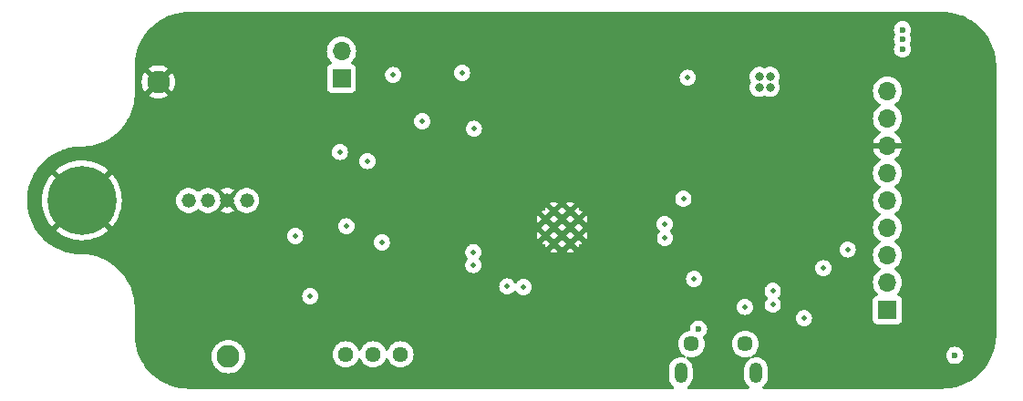
<source format=gbr>
%TF.GenerationSoftware,KiCad,Pcbnew,(7.0.0)*%
%TF.CreationDate,2023-06-27T20:18:46+12:00*%
%TF.ProjectId,VehicleCurrentSense_PCB,56656869-636c-4654-9375-7272656e7453,V1.0*%
%TF.SameCoordinates,Original*%
%TF.FileFunction,Copper,L2,Inr*%
%TF.FilePolarity,Positive*%
%FSLAX46Y46*%
G04 Gerber Fmt 4.6, Leading zero omitted, Abs format (unit mm)*
G04 Created by KiCad (PCBNEW (7.0.0)) date 2023-06-27 20:18:46*
%MOMM*%
%LPD*%
G01*
G04 APERTURE LIST*
%TA.AperFunction,ComponentPad*%
%ADD10R,1.700000X1.700000*%
%TD*%
%TA.AperFunction,ComponentPad*%
%ADD11O,1.700000X1.700000*%
%TD*%
%TA.AperFunction,HeatsinkPad*%
%ADD12C,0.600000*%
%TD*%
%TA.AperFunction,ComponentPad*%
%ADD13C,1.320800*%
%TD*%
%TA.AperFunction,ComponentPad*%
%ADD14C,2.108200*%
%TD*%
%TA.AperFunction,ComponentPad*%
%ADD15C,1.440000*%
%TD*%
%TA.AperFunction,ComponentPad*%
%ADD16O,1.200000X1.900000*%
%TD*%
%TA.AperFunction,ComponentPad*%
%ADD17C,1.450000*%
%TD*%
%TA.AperFunction,ComponentPad*%
%ADD18C,0.800000*%
%TD*%
%TA.AperFunction,ComponentPad*%
%ADD19C,6.400000*%
%TD*%
%TA.AperFunction,ViaPad*%
%ADD20C,0.500000*%
%TD*%
%TA.AperFunction,ViaPad*%
%ADD21C,0.600000*%
%TD*%
%TA.AperFunction,ViaPad*%
%ADD22C,0.800000*%
%TD*%
G04 APERTURE END LIST*
D10*
%TO.N,BSPD Test Current +*%
%TO.C,J3*%
X139199999Y-76174999D03*
D11*
%TO.N,BSPD Test Current -*%
X139199999Y-73634999D03*
%TD*%
D12*
%TO.N,GND*%
%TO.C,U7*%
X161205000Y-90757500D03*
X161205000Y-89232500D03*
X160442500Y-91520000D03*
X160442500Y-89995000D03*
X160442500Y-88470000D03*
X159680000Y-90757500D03*
X159680000Y-89232500D03*
X158917500Y-91520000D03*
X158917500Y-89995000D03*
X158917500Y-88470000D03*
X158155000Y-90757500D03*
X158155000Y-89232500D03*
%TD*%
D13*
%TO.N,+5V*%
%TO.C,U1*%
X130399999Y-87500000D03*
%TO.N,GND*%
X128600000Y-87500000D03*
%TO.N,Net-(U1-OUTPUT)*%
X126799999Y-87500000D03*
%TO.N,VREF*%
X125000000Y-87500000D03*
D14*
%TO.N,GND*%
X122200000Y-76499999D03*
%TO.N,unconnected-(U1-NC-Pad6)*%
X128699999Y-101999999D03*
%TD*%
D10*
%TO.N,+5V*%
%TO.C,J1*%
X189899999Y-97659999D03*
D11*
%TO.N,Local*%
X189899999Y-95119999D03*
%TO.N,Upstream*%
X189899999Y-92579999D03*
%TO.N,CAN-*%
X189899999Y-90039999D03*
%TO.N,CAN+*%
X189899999Y-87499999D03*
%TO.N,BSPD*%
X189899999Y-84959999D03*
%TO.N,GND*%
X189899999Y-82419999D03*
%TO.N,BSPD Test Current +*%
X189899999Y-79879999D03*
%TO.N,BSPD Test Current -*%
X189899999Y-77339999D03*
%TD*%
D15*
%TO.N,Net-(R28-Pad1)*%
%TO.C,RV2*%
X144680000Y-101800000D03*
%TO.N,BSPD Threshold*%
X142140000Y-101800000D03*
%TO.N,+5V*%
X139600000Y-101800000D03*
%TD*%
D16*
%TO.N,N/C*%
%TO.C,J2*%
X170699999Y-103537499D03*
D17*
X171700000Y-100837500D03*
X176700000Y-100837500D03*
D16*
X177699999Y-103537499D03*
%TD*%
D18*
%TO.N,GND*%
%TO.C,H2*%
X112700000Y-87500000D03*
X113402944Y-85802944D03*
X113402944Y-89197056D03*
X115100000Y-85100000D03*
D19*
X115100000Y-87500000D03*
D18*
X115100000Y-89900000D03*
X116797056Y-85802944D03*
X116797056Y-89197056D03*
X117500000Y-87500000D03*
%TD*%
D20*
%TO.N,GND*%
X166550000Y-97350000D03*
X139650000Y-91400000D03*
X193850000Y-74800000D03*
X179250000Y-94650000D03*
X184250000Y-77750000D03*
X126800000Y-91750000D03*
X186900000Y-90400000D03*
X176300000Y-83000000D03*
X137000000Y-93900000D03*
X125000000Y-91750000D03*
X170250000Y-90350000D03*
X171200000Y-77600000D03*
X193850000Y-70600000D03*
X180800000Y-77800000D03*
X180650000Y-89000000D03*
X183450000Y-98450000D03*
X146800000Y-90500000D03*
X145300000Y-75800000D03*
X143250000Y-85700000D03*
X172000000Y-97400000D03*
X167750000Y-98250000D03*
X142900000Y-88400000D03*
X177150000Y-82100000D03*
X137700000Y-84850000D03*
X168950000Y-97300000D03*
X149000000Y-97350000D03*
X143500000Y-93500000D03*
X145100000Y-80150000D03*
X137350000Y-89850000D03*
X174850000Y-99550000D03*
X152750000Y-82350000D03*
X142900000Y-89900000D03*
X170950000Y-85800000D03*
X164700000Y-78300000D03*
X146550000Y-70800000D03*
X171200000Y-97100000D03*
X152200000Y-76650000D03*
X148200000Y-98950000D03*
X156100000Y-98900000D03*
X152150000Y-98150000D03*
X150250000Y-98500000D03*
X140900000Y-85700000D03*
X131300000Y-90850000D03*
X141000000Y-94000000D03*
X185750000Y-75100000D03*
X183850000Y-96000000D03*
X151450000Y-97350000D03*
X136100000Y-99350000D03*
X182350000Y-86600000D03*
%TO.N,VREF*%
X136300000Y-96400000D03*
%TO.N,LEM_OUT*%
X134900000Y-90800000D03*
X144000000Y-75850000D03*
D21*
%TO.N,+5V*%
X191300000Y-73450000D03*
X191300000Y-71650000D03*
D20*
X142950000Y-91400000D03*
X141600000Y-83850000D03*
X176650000Y-97400000D03*
X146700000Y-80150000D03*
D21*
X191300000Y-72550000D03*
D20*
X139650000Y-89900000D03*
D22*
%TO.N,+3V3*%
X179000000Y-76000000D03*
D20*
X171350000Y-76100000D03*
X182150000Y-98450000D03*
X150400000Y-75650000D03*
D22*
X178000000Y-77000000D03*
D20*
X171950000Y-94800000D03*
X186198783Y-92051352D03*
X170950000Y-87350000D03*
D22*
X179000000Y-77000000D03*
X178000000Y-76000000D03*
D21*
%TO.N,Net-(D2-A)*%
X172350000Y-99450000D03*
X196150000Y-101900000D03*
D20*
%TO.N,BSPD*%
X139050000Y-83000000D03*
%TO.N,Upstream*%
X169200000Y-89700000D03*
%TO.N,Local*%
X169250000Y-91000000D03*
%TO.N,IO0*%
X151500000Y-80850000D03*
X183950000Y-93800000D03*
%TO.N,3V3 LEM_OUT*%
X154600000Y-95500000D03*
%TO.N,3V3 VREF*%
X156100000Y-95550000D03*
%TO.N,TxD*%
X179250000Y-95900000D03*
X151450000Y-92300000D03*
%TO.N,RxD*%
X179250000Y-97200000D03*
X151450000Y-93500000D03*
%TD*%
%TA.AperFunction,Conductor*%
%TO.N,GND*%
G36*
X195002562Y-70000605D02*
G01*
X195217600Y-70009500D01*
X195413455Y-70018052D01*
X195423330Y-70018881D01*
X195636706Y-70045479D01*
X195636793Y-70045490D01*
X195834945Y-70071577D01*
X195844192Y-70073153D01*
X196053521Y-70117044D01*
X196054765Y-70117312D01*
X196250386Y-70160680D01*
X196258901Y-70162889D01*
X196463665Y-70223850D01*
X196465325Y-70224359D01*
X196656696Y-70284698D01*
X196664453Y-70287431D01*
X196863363Y-70365046D01*
X196865513Y-70365911D01*
X197051024Y-70442752D01*
X197057972Y-70445886D01*
X197225903Y-70527982D01*
X197249587Y-70539561D01*
X197252383Y-70540972D01*
X197430420Y-70633652D01*
X197436636Y-70637118D01*
X197619793Y-70746255D01*
X197622929Y-70748187D01*
X197686491Y-70788681D01*
X197792282Y-70856078D01*
X197797710Y-70859741D01*
X197971184Y-70983599D01*
X197974616Y-70986140D01*
X198133912Y-71108372D01*
X198138567Y-71112126D01*
X198301226Y-71249891D01*
X198304838Y-71253072D01*
X198452925Y-71388769D01*
X198456807Y-71392486D01*
X198607512Y-71543191D01*
X198611232Y-71547076D01*
X198746921Y-71695155D01*
X198750107Y-71698772D01*
X198887872Y-71861431D01*
X198891626Y-71866086D01*
X199013858Y-72025382D01*
X199016399Y-72028814D01*
X199140257Y-72202288D01*
X199143920Y-72207716D01*
X199251800Y-72377052D01*
X199253743Y-72380205D01*
X199362880Y-72563362D01*
X199366346Y-72569578D01*
X199459026Y-72747615D01*
X199460437Y-72750411D01*
X199554099Y-72941997D01*
X199557260Y-72949005D01*
X199634051Y-73134395D01*
X199635008Y-73136774D01*
X199712559Y-73335523D01*
X199715302Y-73343309D01*
X199775602Y-73534554D01*
X199776186Y-73536460D01*
X199837105Y-73741084D01*
X199839321Y-73749627D01*
X199882671Y-73945166D01*
X199882971Y-73946559D01*
X199926844Y-74155802D01*
X199928422Y-74165062D01*
X199954459Y-74362829D01*
X199954568Y-74363677D01*
X199981114Y-74576641D01*
X199981948Y-74586570D01*
X199990513Y-74782728D01*
X199990525Y-74783013D01*
X199999394Y-74997438D01*
X199999500Y-75002562D01*
X199999500Y-99997438D01*
X199999394Y-100002563D01*
X199990525Y-100216987D01*
X199990513Y-100217271D01*
X199981948Y-100413428D01*
X199981114Y-100423357D01*
X199954568Y-100636321D01*
X199954459Y-100637169D01*
X199928422Y-100834936D01*
X199926844Y-100844196D01*
X199882971Y-101053439D01*
X199882671Y-101054832D01*
X199839321Y-101250371D01*
X199837105Y-101258914D01*
X199776186Y-101463538D01*
X199775602Y-101465444D01*
X199715302Y-101656689D01*
X199712559Y-101664475D01*
X199635008Y-101863224D01*
X199634051Y-101865603D01*
X199557260Y-102050993D01*
X199554099Y-102058001D01*
X199460437Y-102249587D01*
X199459026Y-102252383D01*
X199366346Y-102430420D01*
X199362880Y-102436636D01*
X199253743Y-102619793D01*
X199251800Y-102622946D01*
X199143920Y-102792282D01*
X199140257Y-102797710D01*
X199016399Y-102971184D01*
X199013858Y-102974616D01*
X198891626Y-103133912D01*
X198887872Y-103138567D01*
X198750107Y-103301226D01*
X198746908Y-103304858D01*
X198611254Y-103452899D01*
X198607512Y-103456807D01*
X198456807Y-103607512D01*
X198452899Y-103611254D01*
X198304858Y-103746908D01*
X198301226Y-103750107D01*
X198138567Y-103887872D01*
X198133912Y-103891626D01*
X197974616Y-104013858D01*
X197971184Y-104016399D01*
X197797710Y-104140257D01*
X197792282Y-104143920D01*
X197622946Y-104251800D01*
X197619793Y-104253743D01*
X197436636Y-104362880D01*
X197430420Y-104366346D01*
X197252383Y-104459026D01*
X197249587Y-104460437D01*
X197058001Y-104554099D01*
X197050993Y-104557260D01*
X196865603Y-104634051D01*
X196863224Y-104635008D01*
X196664475Y-104712559D01*
X196656689Y-104715302D01*
X196465444Y-104775602D01*
X196463538Y-104776186D01*
X196258914Y-104837105D01*
X196250371Y-104839321D01*
X196054832Y-104882671D01*
X196053439Y-104882971D01*
X195844196Y-104926844D01*
X195834936Y-104928422D01*
X195637169Y-104954459D01*
X195636321Y-104954568D01*
X195423357Y-104981114D01*
X195413428Y-104981948D01*
X195217381Y-104990508D01*
X195217097Y-104990520D01*
X195002563Y-104999394D01*
X194997438Y-104999500D01*
X178423547Y-104999500D01*
X178363603Y-104984048D01*
X178318598Y-104941543D01*
X178299749Y-104882579D01*
X178311754Y-104821850D01*
X178351617Y-104774495D01*
X178423952Y-104722986D01*
X178568986Y-104570878D01*
X178682613Y-104394072D01*
X178760725Y-104198957D01*
X178800500Y-103992585D01*
X178800500Y-103135075D01*
X178785528Y-102978282D01*
X178726316Y-102776625D01*
X178630011Y-102589818D01*
X178500092Y-102424614D01*
X178341256Y-102286981D01*
X178159244Y-102181896D01*
X178153660Y-102179963D01*
X178153655Y-102179961D01*
X177966214Y-102115087D01*
X177966208Y-102115085D01*
X177960633Y-102113156D01*
X177954794Y-102112316D01*
X177954788Y-102112315D01*
X177758441Y-102084085D01*
X177758435Y-102084084D01*
X177752602Y-102083246D01*
X177746716Y-102083526D01*
X177746710Y-102083526D01*
X177548567Y-102092965D01*
X177548565Y-102092965D01*
X177542670Y-102093246D01*
X177536933Y-102094637D01*
X177536931Y-102094638D01*
X177417280Y-102123665D01*
X177349541Y-102121030D01*
X177293310Y-102083167D01*
X177265394Y-102021391D01*
X177274135Y-101954166D01*
X177316923Y-101901585D01*
X177319187Y-101900000D01*
X195344435Y-101900000D01*
X195345215Y-101906923D01*
X195361447Y-102050993D01*
X195364632Y-102079255D01*
X195366928Y-102085819D01*
X195366930Y-102085824D01*
X195420561Y-102239091D01*
X195424211Y-102249522D01*
X195520184Y-102402262D01*
X195647738Y-102529816D01*
X195800478Y-102625789D01*
X195970745Y-102685368D01*
X196150000Y-102705565D01*
X196329255Y-102685368D01*
X196499522Y-102625789D01*
X196652262Y-102529816D01*
X196779816Y-102402262D01*
X196875789Y-102249522D01*
X196935368Y-102079255D01*
X196955565Y-101900000D01*
X196935368Y-101720745D01*
X196875789Y-101550478D01*
X196779816Y-101397738D01*
X196652262Y-101270184D01*
X196633264Y-101258247D01*
X196505412Y-101177912D01*
X196499522Y-101174211D01*
X196492959Y-101171914D01*
X196492956Y-101171913D01*
X196335824Y-101116930D01*
X196335819Y-101116928D01*
X196329255Y-101114632D01*
X196322335Y-101113852D01*
X196322334Y-101113852D01*
X196156923Y-101095215D01*
X196150000Y-101094435D01*
X196143077Y-101095215D01*
X195977665Y-101113852D01*
X195977662Y-101113852D01*
X195970745Y-101114632D01*
X195964182Y-101116928D01*
X195964175Y-101116930D01*
X195807043Y-101171913D01*
X195807036Y-101171915D01*
X195800478Y-101174211D01*
X195794590Y-101177910D01*
X195794587Y-101177912D01*
X195653638Y-101266476D01*
X195653633Y-101266479D01*
X195647738Y-101270184D01*
X195642813Y-101275108D01*
X195642809Y-101275112D01*
X195525112Y-101392809D01*
X195525108Y-101392813D01*
X195520184Y-101397738D01*
X195516479Y-101403633D01*
X195516476Y-101403638D01*
X195427912Y-101544587D01*
X195427910Y-101544590D01*
X195424211Y-101550478D01*
X195421915Y-101557036D01*
X195421913Y-101557043D01*
X195366930Y-101714175D01*
X195366928Y-101714182D01*
X195364632Y-101720745D01*
X195363852Y-101727662D01*
X195363852Y-101727665D01*
X195356310Y-101794605D01*
X195344435Y-101900000D01*
X177319187Y-101900000D01*
X177326692Y-101894745D01*
X177490745Y-101779873D01*
X177642373Y-101628245D01*
X177765368Y-101452591D01*
X177855992Y-101258247D01*
X177911492Y-101051119D01*
X177930181Y-100837500D01*
X177911492Y-100623881D01*
X177855992Y-100416753D01*
X177765368Y-100222410D01*
X177642373Y-100046755D01*
X177490745Y-99895127D01*
X177486314Y-99892024D01*
X177486310Y-99892021D01*
X177319520Y-99775233D01*
X177319518Y-99775231D01*
X177315091Y-99772132D01*
X177310194Y-99769848D01*
X177310188Y-99769845D01*
X177125653Y-99683795D01*
X177125646Y-99683792D01*
X177120747Y-99681508D01*
X177115520Y-99680107D01*
X177115519Y-99680107D01*
X176918851Y-99627409D01*
X176918841Y-99627407D01*
X176913619Y-99626008D01*
X176908227Y-99625536D01*
X176908220Y-99625535D01*
X176705395Y-99607791D01*
X176700000Y-99607319D01*
X176694605Y-99607791D01*
X176491779Y-99625535D01*
X176491770Y-99625536D01*
X176486381Y-99626008D01*
X176481160Y-99627406D01*
X176481148Y-99627409D01*
X176284480Y-99680107D01*
X176284475Y-99680108D01*
X176279253Y-99681508D01*
X176274357Y-99683790D01*
X176274346Y-99683795D01*
X176089820Y-99769842D01*
X176089816Y-99769844D01*
X176084910Y-99772132D01*
X176080477Y-99775235D01*
X176080470Y-99775240D01*
X175913690Y-99892021D01*
X175913685Y-99892024D01*
X175909255Y-99895127D01*
X175905431Y-99898950D01*
X175905425Y-99898956D01*
X175761456Y-100042925D01*
X175761450Y-100042931D01*
X175757627Y-100046755D01*
X175754524Y-100051185D01*
X175754521Y-100051190D01*
X175637740Y-100217970D01*
X175637735Y-100217977D01*
X175634632Y-100222410D01*
X175632344Y-100227316D01*
X175632342Y-100227320D01*
X175546295Y-100411846D01*
X175546290Y-100411857D01*
X175544008Y-100416753D01*
X175542608Y-100421975D01*
X175542607Y-100421980D01*
X175489909Y-100618648D01*
X175489906Y-100618660D01*
X175488508Y-100623881D01*
X175488036Y-100629270D01*
X175488035Y-100629279D01*
X175478488Y-100738412D01*
X175469819Y-100837500D01*
X175470291Y-100842895D01*
X175488035Y-101045720D01*
X175488036Y-101045727D01*
X175488508Y-101051119D01*
X175489907Y-101056341D01*
X175489909Y-101056351D01*
X175542607Y-101253019D01*
X175544008Y-101258247D01*
X175546292Y-101263146D01*
X175546295Y-101263153D01*
X175632345Y-101447688D01*
X175632348Y-101447694D01*
X175634632Y-101452591D01*
X175637731Y-101457018D01*
X175637733Y-101457020D01*
X175754521Y-101623810D01*
X175754524Y-101623814D01*
X175757627Y-101628245D01*
X175909255Y-101779873D01*
X176084909Y-101902868D01*
X176279253Y-101993492D01*
X176433595Y-102034848D01*
X176481148Y-102047590D01*
X176481150Y-102047590D01*
X176486381Y-102048992D01*
X176700000Y-102067681D01*
X176913619Y-102048992D01*
X177032099Y-102017245D01*
X177100259Y-102018381D01*
X177157518Y-102055372D01*
X177186573Y-102117039D01*
X177178641Y-102184745D01*
X177136120Y-102238027D01*
X176980865Y-102348583D01*
X176980859Y-102348587D01*
X176976048Y-102352014D01*
X176971974Y-102356286D01*
X176971969Y-102356291D01*
X176835088Y-102499848D01*
X176835082Y-102499855D01*
X176831014Y-102504122D01*
X176827822Y-102509088D01*
X176827821Y-102509090D01*
X176720582Y-102675955D01*
X176720578Y-102675962D01*
X176717387Y-102680928D01*
X176715195Y-102686403D01*
X176715190Y-102686413D01*
X176641469Y-102870560D01*
X176641466Y-102870569D01*
X176639275Y-102876043D01*
X176638158Y-102881834D01*
X176638156Y-102881844D01*
X176601747Y-103070756D01*
X176599500Y-103082415D01*
X176599500Y-103939925D01*
X176599779Y-103942854D01*
X176599780Y-103942860D01*
X176612219Y-104073130D01*
X176614472Y-104096718D01*
X176673684Y-104298375D01*
X176769989Y-104485182D01*
X176773642Y-104489827D01*
X176887814Y-104635008D01*
X176899908Y-104650386D01*
X176971659Y-104712559D01*
X177051552Y-104781787D01*
X177085900Y-104830512D01*
X177093541Y-104889635D01*
X177072707Y-104945491D01*
X177028216Y-104985170D01*
X176970349Y-104999500D01*
X171423547Y-104999500D01*
X171363603Y-104984048D01*
X171318598Y-104941543D01*
X171299749Y-104882579D01*
X171311754Y-104821850D01*
X171351617Y-104774495D01*
X171423952Y-104722986D01*
X171568986Y-104570878D01*
X171682613Y-104394072D01*
X171760725Y-104198957D01*
X171800500Y-103992585D01*
X171800500Y-103135075D01*
X171785528Y-102978282D01*
X171726316Y-102776625D01*
X171630011Y-102589818D01*
X171500092Y-102424614D01*
X171341256Y-102286981D01*
X171336141Y-102284028D01*
X171262067Y-102241261D01*
X171219487Y-102200498D01*
X171200540Y-102144680D01*
X171209507Y-102086420D01*
X171244363Y-102038884D01*
X171297230Y-102012813D01*
X171356158Y-102014098D01*
X171486381Y-102048992D01*
X171700000Y-102067681D01*
X171913619Y-102048992D01*
X172120747Y-101993492D01*
X172315091Y-101902868D01*
X172490745Y-101779873D01*
X172642373Y-101628245D01*
X172765368Y-101452591D01*
X172855992Y-101258247D01*
X172911492Y-101051119D01*
X172930181Y-100837500D01*
X172911492Y-100623881D01*
X172855992Y-100416753D01*
X172779881Y-100253533D01*
X172768393Y-100195461D01*
X172785135Y-100138681D01*
X172826292Y-100096133D01*
X172852262Y-100079816D01*
X172979816Y-99952262D01*
X173075789Y-99799522D01*
X173135368Y-99629255D01*
X173155565Y-99450000D01*
X173135368Y-99270745D01*
X173075789Y-99100478D01*
X172979816Y-98947738D01*
X172852262Y-98820184D01*
X172699522Y-98724211D01*
X172692959Y-98721914D01*
X172692956Y-98721913D01*
X172535824Y-98666930D01*
X172535819Y-98666928D01*
X172529255Y-98664632D01*
X172522335Y-98663852D01*
X172522334Y-98663852D01*
X172356923Y-98645215D01*
X172350000Y-98644435D01*
X172343077Y-98645215D01*
X172177665Y-98663852D01*
X172177662Y-98663852D01*
X172170745Y-98664632D01*
X172164182Y-98666928D01*
X172164175Y-98666930D01*
X172007043Y-98721913D01*
X172007036Y-98721915D01*
X172000478Y-98724211D01*
X171994590Y-98727910D01*
X171994587Y-98727912D01*
X171853638Y-98816476D01*
X171853633Y-98816479D01*
X171847738Y-98820184D01*
X171842813Y-98825108D01*
X171842809Y-98825112D01*
X171725112Y-98942809D01*
X171725108Y-98942813D01*
X171720184Y-98947738D01*
X171716479Y-98953633D01*
X171716476Y-98953638D01*
X171627912Y-99094587D01*
X171627910Y-99094590D01*
X171624211Y-99100478D01*
X171621915Y-99107036D01*
X171621913Y-99107043D01*
X171566930Y-99264175D01*
X171566928Y-99264182D01*
X171564632Y-99270745D01*
X171544435Y-99450000D01*
X171550036Y-99499712D01*
X171542799Y-99557454D01*
X171510017Y-99605536D01*
X171458909Y-99633368D01*
X171284480Y-99680107D01*
X171284475Y-99680108D01*
X171279253Y-99681508D01*
X171274357Y-99683790D01*
X171274346Y-99683795D01*
X171089820Y-99769842D01*
X171089816Y-99769844D01*
X171084910Y-99772132D01*
X171080477Y-99775235D01*
X171080470Y-99775240D01*
X170913690Y-99892021D01*
X170913685Y-99892024D01*
X170909255Y-99895127D01*
X170905431Y-99898950D01*
X170905425Y-99898956D01*
X170761456Y-100042925D01*
X170761450Y-100042931D01*
X170757627Y-100046755D01*
X170754524Y-100051185D01*
X170754521Y-100051190D01*
X170637740Y-100217970D01*
X170637735Y-100217977D01*
X170634632Y-100222410D01*
X170632344Y-100227316D01*
X170632342Y-100227320D01*
X170546295Y-100411846D01*
X170546290Y-100411857D01*
X170544008Y-100416753D01*
X170542608Y-100421975D01*
X170542607Y-100421980D01*
X170489909Y-100618648D01*
X170489906Y-100618660D01*
X170488508Y-100623881D01*
X170488036Y-100629270D01*
X170488035Y-100629279D01*
X170478488Y-100738412D01*
X170469819Y-100837500D01*
X170470291Y-100842895D01*
X170488035Y-101045720D01*
X170488036Y-101045727D01*
X170488508Y-101051119D01*
X170489907Y-101056341D01*
X170489909Y-101056351D01*
X170542607Y-101253019D01*
X170544008Y-101258247D01*
X170546292Y-101263146D01*
X170546295Y-101263153D01*
X170632345Y-101447688D01*
X170632348Y-101447694D01*
X170634632Y-101452591D01*
X170637731Y-101457018D01*
X170637733Y-101457020D01*
X170754521Y-101623810D01*
X170754524Y-101623814D01*
X170757627Y-101628245D01*
X170909255Y-101779873D01*
X171073310Y-101894746D01*
X171112016Y-101938761D01*
X171126183Y-101995638D01*
X171112643Y-102052667D01*
X171074422Y-102097106D01*
X171020060Y-102119025D01*
X170972424Y-102114536D01*
X170971953Y-102116480D01*
X170966212Y-102115087D01*
X170960633Y-102113156D01*
X170954794Y-102112316D01*
X170954788Y-102112315D01*
X170758441Y-102084085D01*
X170758435Y-102084084D01*
X170752602Y-102083246D01*
X170746716Y-102083526D01*
X170746710Y-102083526D01*
X170548567Y-102092965D01*
X170548565Y-102092965D01*
X170542670Y-102093246D01*
X170536942Y-102094635D01*
X170536932Y-102094637D01*
X170344160Y-102141404D01*
X170344155Y-102141405D01*
X170338424Y-102142796D01*
X170333054Y-102145247D01*
X170333052Y-102145249D01*
X170152621Y-102227649D01*
X170152614Y-102227652D01*
X170147247Y-102230104D01*
X170142437Y-102233528D01*
X170142432Y-102233532D01*
X169980865Y-102348583D01*
X169980859Y-102348587D01*
X169976048Y-102352014D01*
X169971974Y-102356286D01*
X169971969Y-102356291D01*
X169835088Y-102499848D01*
X169835082Y-102499855D01*
X169831014Y-102504122D01*
X169827822Y-102509088D01*
X169827821Y-102509090D01*
X169720582Y-102675955D01*
X169720578Y-102675962D01*
X169717387Y-102680928D01*
X169715195Y-102686403D01*
X169715190Y-102686413D01*
X169641469Y-102870560D01*
X169641466Y-102870569D01*
X169639275Y-102876043D01*
X169638158Y-102881834D01*
X169638156Y-102881844D01*
X169601747Y-103070756D01*
X169599500Y-103082415D01*
X169599500Y-103939925D01*
X169599779Y-103942854D01*
X169599780Y-103942860D01*
X169612219Y-104073130D01*
X169614472Y-104096718D01*
X169673684Y-104298375D01*
X169769989Y-104485182D01*
X169773642Y-104489827D01*
X169887814Y-104635008D01*
X169899908Y-104650386D01*
X169971659Y-104712559D01*
X170051552Y-104781787D01*
X170085900Y-104830512D01*
X170093541Y-104889635D01*
X170072707Y-104945491D01*
X170028216Y-104985170D01*
X169970349Y-104999500D01*
X125002562Y-104999500D01*
X124997437Y-104999394D01*
X124782901Y-104990520D01*
X124782617Y-104990508D01*
X124586570Y-104981948D01*
X124576641Y-104981114D01*
X124363677Y-104954568D01*
X124362829Y-104954459D01*
X124165062Y-104928422D01*
X124155802Y-104926844D01*
X123946559Y-104882971D01*
X123945166Y-104882671D01*
X123749627Y-104839321D01*
X123741084Y-104837105D01*
X123536460Y-104776186D01*
X123534554Y-104775602D01*
X123343309Y-104715302D01*
X123335523Y-104712559D01*
X123206985Y-104662404D01*
X123136734Y-104634991D01*
X123134395Y-104634051D01*
X122949005Y-104557260D01*
X122941997Y-104554099D01*
X122750411Y-104460437D01*
X122747615Y-104459026D01*
X122569578Y-104366346D01*
X122563362Y-104362880D01*
X122380205Y-104253743D01*
X122377052Y-104251800D01*
X122207716Y-104143920D01*
X122202288Y-104140257D01*
X122028814Y-104016399D01*
X122025382Y-104013858D01*
X121866086Y-103891626D01*
X121861431Y-103887872D01*
X121698772Y-103750107D01*
X121695155Y-103746921D01*
X121547076Y-103611232D01*
X121543191Y-103607512D01*
X121392486Y-103456807D01*
X121388769Y-103452925D01*
X121253072Y-103304838D01*
X121249891Y-103301226D01*
X121112126Y-103138567D01*
X121108372Y-103133912D01*
X120986140Y-102974616D01*
X120983599Y-102971184D01*
X120859741Y-102797710D01*
X120856078Y-102792282D01*
X120748198Y-102622946D01*
X120746255Y-102619793D01*
X120637118Y-102436636D01*
X120633652Y-102430420D01*
X120540972Y-102252383D01*
X120539561Y-102249587D01*
X120515563Y-102200498D01*
X120445886Y-102057972D01*
X120442752Y-102051024D01*
X120421617Y-101999999D01*
X127140592Y-101999999D01*
X127140974Y-102004853D01*
X127158971Y-102233532D01*
X127159791Y-102243944D01*
X127160926Y-102248673D01*
X127160927Y-102248677D01*
X127215777Y-102477145D01*
X127215779Y-102477153D01*
X127216915Y-102481882D01*
X127310557Y-102707955D01*
X127313104Y-102712112D01*
X127313105Y-102712113D01*
X127435865Y-102912440D01*
X127435870Y-102912447D01*
X127438412Y-102916595D01*
X127441572Y-102920294D01*
X127441575Y-102920299D01*
X127515240Y-103006549D01*
X127597332Y-103102666D01*
X127783403Y-103261586D01*
X127787553Y-103264129D01*
X127787557Y-103264132D01*
X127854016Y-103304858D01*
X127992043Y-103389441D01*
X128218116Y-103483083D01*
X128456054Y-103540207D01*
X128699999Y-103559406D01*
X128943944Y-103540207D01*
X129181882Y-103483083D01*
X129407955Y-103389441D01*
X129616595Y-103261586D01*
X129802666Y-103102666D01*
X129961586Y-102916595D01*
X130089441Y-102707955D01*
X130183083Y-102481882D01*
X130240207Y-102243944D01*
X130259406Y-101999999D01*
X130243666Y-101800000D01*
X138374838Y-101800000D01*
X138375310Y-101805395D01*
X138392335Y-101999999D01*
X138393451Y-102012747D01*
X138404872Y-102055372D01*
X138447321Y-102213797D01*
X138447324Y-102213805D01*
X138448724Y-102219030D01*
X138451012Y-102223937D01*
X138451013Y-102223939D01*
X138459881Y-102242956D01*
X138538979Y-102412581D01*
X138542086Y-102417018D01*
X138542087Y-102417020D01*
X138550657Y-102429259D01*
X138661471Y-102587519D01*
X138812481Y-102738529D01*
X138987419Y-102861021D01*
X139180970Y-102951276D01*
X139387253Y-103006549D01*
X139600000Y-103025162D01*
X139812747Y-103006549D01*
X140019030Y-102951276D01*
X140212581Y-102861021D01*
X140387519Y-102738529D01*
X140538529Y-102587519D01*
X140661021Y-102412581D01*
X140751276Y-102219030D01*
X140752676Y-102213801D01*
X140753478Y-102211601D01*
X140787027Y-102161860D01*
X140840001Y-102133693D01*
X140899999Y-102133693D01*
X140952973Y-102161860D01*
X140986522Y-102211601D01*
X140987323Y-102213803D01*
X140988724Y-102219030D01*
X140991008Y-102223929D01*
X140991010Y-102223933D01*
X141002973Y-102249587D01*
X141078979Y-102412581D01*
X141082086Y-102417018D01*
X141082087Y-102417020D01*
X141090657Y-102429259D01*
X141201471Y-102587519D01*
X141352481Y-102738529D01*
X141527419Y-102861021D01*
X141720970Y-102951276D01*
X141927253Y-103006549D01*
X142140000Y-103025162D01*
X142352747Y-103006549D01*
X142559030Y-102951276D01*
X142752581Y-102861021D01*
X142927519Y-102738529D01*
X143078529Y-102587519D01*
X143201021Y-102412581D01*
X143291276Y-102219030D01*
X143292676Y-102213801D01*
X143293478Y-102211601D01*
X143327027Y-102161860D01*
X143380001Y-102133693D01*
X143439999Y-102133693D01*
X143492973Y-102161860D01*
X143526522Y-102211601D01*
X143527323Y-102213803D01*
X143528724Y-102219030D01*
X143531008Y-102223929D01*
X143531010Y-102223933D01*
X143542973Y-102249587D01*
X143618979Y-102412581D01*
X143622086Y-102417018D01*
X143622087Y-102417020D01*
X143630657Y-102429259D01*
X143741471Y-102587519D01*
X143892481Y-102738529D01*
X144067419Y-102861021D01*
X144260970Y-102951276D01*
X144467253Y-103006549D01*
X144680000Y-103025162D01*
X144892747Y-103006549D01*
X145099030Y-102951276D01*
X145292581Y-102861021D01*
X145467519Y-102738529D01*
X145618529Y-102587519D01*
X145741021Y-102412581D01*
X145831276Y-102219030D01*
X145886549Y-102012747D01*
X145905162Y-101800000D01*
X145886549Y-101587253D01*
X145831276Y-101380970D01*
X145741021Y-101187419D01*
X145618529Y-101012481D01*
X145467519Y-100861471D01*
X145292581Y-100738979D01*
X145099030Y-100648724D01*
X145093805Y-100647324D01*
X145093797Y-100647321D01*
X144942220Y-100606707D01*
X144892747Y-100593451D01*
X144887359Y-100592979D01*
X144887356Y-100592979D01*
X144685395Y-100575310D01*
X144680000Y-100574838D01*
X144674605Y-100575310D01*
X144472643Y-100592979D01*
X144472638Y-100592979D01*
X144467253Y-100593451D01*
X144462028Y-100594850D01*
X144462028Y-100594851D01*
X144266202Y-100647321D01*
X144266190Y-100647325D01*
X144260970Y-100648724D01*
X144256065Y-100651010D01*
X144256060Y-100651013D01*
X144072329Y-100736689D01*
X144072325Y-100736691D01*
X144067419Y-100738979D01*
X144062986Y-100742082D01*
X144062979Y-100742087D01*
X143896916Y-100858365D01*
X143896911Y-100858368D01*
X143892481Y-100861471D01*
X143888657Y-100865294D01*
X143888651Y-100865300D01*
X143745300Y-101008651D01*
X143745294Y-101008657D01*
X143741471Y-101012481D01*
X143738368Y-101016911D01*
X143738365Y-101016916D01*
X143622087Y-101182979D01*
X143622082Y-101182986D01*
X143618979Y-101187419D01*
X143616691Y-101192325D01*
X143616689Y-101192329D01*
X143531010Y-101376066D01*
X143531007Y-101376073D01*
X143528724Y-101380970D01*
X143527324Y-101386193D01*
X143526521Y-101388401D01*
X143492972Y-101438139D01*
X143439998Y-101466306D01*
X143380002Y-101466306D01*
X143327028Y-101438139D01*
X143293479Y-101388401D01*
X143292676Y-101386195D01*
X143291276Y-101380970D01*
X143201021Y-101187419D01*
X143078529Y-101012481D01*
X142927519Y-100861471D01*
X142752581Y-100738979D01*
X142559030Y-100648724D01*
X142553805Y-100647324D01*
X142553797Y-100647321D01*
X142402220Y-100606707D01*
X142352747Y-100593451D01*
X142347359Y-100592979D01*
X142347356Y-100592979D01*
X142145395Y-100575310D01*
X142140000Y-100574838D01*
X142134605Y-100575310D01*
X141932643Y-100592979D01*
X141932638Y-100592979D01*
X141927253Y-100593451D01*
X141922028Y-100594850D01*
X141922028Y-100594851D01*
X141726202Y-100647321D01*
X141726190Y-100647325D01*
X141720970Y-100648724D01*
X141716065Y-100651010D01*
X141716060Y-100651013D01*
X141532329Y-100736689D01*
X141532325Y-100736691D01*
X141527419Y-100738979D01*
X141522986Y-100742082D01*
X141522979Y-100742087D01*
X141356916Y-100858365D01*
X141356911Y-100858368D01*
X141352481Y-100861471D01*
X141348657Y-100865294D01*
X141348651Y-100865300D01*
X141205300Y-101008651D01*
X141205294Y-101008657D01*
X141201471Y-101012481D01*
X141198368Y-101016911D01*
X141198365Y-101016916D01*
X141082087Y-101182979D01*
X141082082Y-101182986D01*
X141078979Y-101187419D01*
X141076691Y-101192325D01*
X141076689Y-101192329D01*
X140991010Y-101376066D01*
X140991007Y-101376073D01*
X140988724Y-101380970D01*
X140987324Y-101386193D01*
X140986521Y-101388401D01*
X140952972Y-101438139D01*
X140899998Y-101466306D01*
X140840002Y-101466306D01*
X140787028Y-101438139D01*
X140753479Y-101388401D01*
X140752676Y-101386195D01*
X140751276Y-101380970D01*
X140661021Y-101187419D01*
X140538529Y-101012481D01*
X140387519Y-100861471D01*
X140212581Y-100738979D01*
X140019030Y-100648724D01*
X140013805Y-100647324D01*
X140013797Y-100647321D01*
X139862220Y-100606707D01*
X139812747Y-100593451D01*
X139807359Y-100592979D01*
X139807356Y-100592979D01*
X139605395Y-100575310D01*
X139600000Y-100574838D01*
X139594605Y-100575310D01*
X139392643Y-100592979D01*
X139392638Y-100592979D01*
X139387253Y-100593451D01*
X139382028Y-100594850D01*
X139382028Y-100594851D01*
X139186202Y-100647321D01*
X139186190Y-100647325D01*
X139180970Y-100648724D01*
X139176065Y-100651010D01*
X139176060Y-100651013D01*
X138992329Y-100736689D01*
X138992325Y-100736691D01*
X138987419Y-100738979D01*
X138982986Y-100742082D01*
X138982979Y-100742087D01*
X138816916Y-100858365D01*
X138816911Y-100858368D01*
X138812481Y-100861471D01*
X138808657Y-100865294D01*
X138808651Y-100865300D01*
X138665300Y-101008651D01*
X138665294Y-101008657D01*
X138661471Y-101012481D01*
X138658368Y-101016911D01*
X138658365Y-101016916D01*
X138542087Y-101182979D01*
X138542082Y-101182986D01*
X138538979Y-101187419D01*
X138536691Y-101192325D01*
X138536689Y-101192329D01*
X138451013Y-101376060D01*
X138451010Y-101376065D01*
X138448724Y-101380970D01*
X138447325Y-101386190D01*
X138447321Y-101386202D01*
X138426121Y-101465325D01*
X138393451Y-101587253D01*
X138392979Y-101592638D01*
X138392979Y-101592643D01*
X138379097Y-101751320D01*
X138374838Y-101800000D01*
X130243666Y-101800000D01*
X130240207Y-101756054D01*
X130183083Y-101518116D01*
X130089441Y-101292043D01*
X130015825Y-101171913D01*
X129964132Y-101087557D01*
X129964129Y-101087553D01*
X129961586Y-101083403D01*
X129938481Y-101056351D01*
X129805826Y-100901032D01*
X129802666Y-100897332D01*
X129798965Y-100894171D01*
X129620299Y-100741575D01*
X129620294Y-100741572D01*
X129616595Y-100738412D01*
X129612447Y-100735870D01*
X129612440Y-100735865D01*
X129412113Y-100613105D01*
X129412112Y-100613104D01*
X129407955Y-100610557D01*
X129181882Y-100516915D01*
X129177153Y-100515779D01*
X129177145Y-100515777D01*
X128948677Y-100460927D01*
X128948673Y-100460926D01*
X128943944Y-100459791D01*
X128939091Y-100459409D01*
X128704853Y-100440974D01*
X128699999Y-100440592D01*
X128695145Y-100440974D01*
X128460906Y-100459409D01*
X128460904Y-100459409D01*
X128456054Y-100459791D01*
X128451326Y-100460925D01*
X128451320Y-100460927D01*
X128222852Y-100515777D01*
X128222840Y-100515780D01*
X128218116Y-100516915D01*
X128213619Y-100518777D01*
X128213615Y-100518779D01*
X127996547Y-100608691D01*
X127996542Y-100608693D01*
X127992043Y-100610557D01*
X127987890Y-100613101D01*
X127987884Y-100613105D01*
X127787557Y-100735865D01*
X127787544Y-100735874D01*
X127783403Y-100738412D01*
X127779708Y-100741567D01*
X127779698Y-100741575D01*
X127601032Y-100894171D01*
X127601025Y-100894177D01*
X127597332Y-100897332D01*
X127594177Y-100901025D01*
X127594171Y-100901032D01*
X127441575Y-101079698D01*
X127441567Y-101079708D01*
X127438412Y-101083403D01*
X127435874Y-101087544D01*
X127435865Y-101087557D01*
X127313105Y-101287884D01*
X127313101Y-101287890D01*
X127310557Y-101292043D01*
X127308693Y-101296542D01*
X127308691Y-101296547D01*
X127238732Y-101465444D01*
X127216915Y-101518116D01*
X127215780Y-101522840D01*
X127215777Y-101522852D01*
X127160927Y-101751320D01*
X127160925Y-101751326D01*
X127159791Y-101756054D01*
X127159409Y-101760904D01*
X127159409Y-101760906D01*
X127147917Y-101906923D01*
X127140592Y-101999999D01*
X120421617Y-101999999D01*
X120365911Y-101865513D01*
X120365046Y-101863363D01*
X120287431Y-101664453D01*
X120284696Y-101656689D01*
X120224359Y-101465325D01*
X120223850Y-101463665D01*
X120162889Y-101258901D01*
X120160680Y-101250386D01*
X120117312Y-101054765D01*
X120117027Y-101053439D01*
X120111495Y-101027057D01*
X120073153Y-100844192D01*
X120071576Y-100834936D01*
X120045490Y-100636793D01*
X120045483Y-100636743D01*
X120018881Y-100423330D01*
X120018052Y-100413455D01*
X120009486Y-100217271D01*
X120000605Y-100002562D01*
X120000500Y-99997439D01*
X120000500Y-98450000D01*
X181394751Y-98450000D01*
X181395531Y-98456923D01*
X181412906Y-98611135D01*
X181412907Y-98611142D01*
X181413687Y-98618059D01*
X181415986Y-98624630D01*
X181415987Y-98624633D01*
X181460670Y-98752331D01*
X181469544Y-98777690D01*
X181559523Y-98920890D01*
X181679110Y-99040477D01*
X181822310Y-99130456D01*
X181981941Y-99186313D01*
X182150000Y-99205249D01*
X182318059Y-99186313D01*
X182477690Y-99130456D01*
X182620890Y-99040477D01*
X182740477Y-98920890D01*
X182830456Y-98777690D01*
X182886313Y-98618059D01*
X182905249Y-98450000D01*
X182886313Y-98281941D01*
X182830456Y-98122310D01*
X182740477Y-97979110D01*
X182620890Y-97859523D01*
X182477690Y-97769544D01*
X182471124Y-97767246D01*
X182471121Y-97767245D01*
X182324633Y-97715987D01*
X182324630Y-97715986D01*
X182318059Y-97713687D01*
X182311142Y-97712907D01*
X182311135Y-97712906D01*
X182156923Y-97695531D01*
X182150000Y-97694751D01*
X182143077Y-97695531D01*
X181988864Y-97712906D01*
X181988855Y-97712907D01*
X181981941Y-97713687D01*
X181975371Y-97715985D01*
X181975366Y-97715987D01*
X181828878Y-97767245D01*
X181828872Y-97767247D01*
X181822310Y-97769544D01*
X181816419Y-97773245D01*
X181816418Y-97773246D01*
X181685010Y-97855815D01*
X181685005Y-97855818D01*
X181679110Y-97859523D01*
X181674185Y-97864447D01*
X181674181Y-97864451D01*
X181564451Y-97974181D01*
X181564447Y-97974185D01*
X181559523Y-97979110D01*
X181555818Y-97985005D01*
X181555815Y-97985010D01*
X181473246Y-98116418D01*
X181469544Y-98122310D01*
X181467247Y-98128872D01*
X181467245Y-98128878D01*
X181415987Y-98275366D01*
X181415985Y-98275371D01*
X181413687Y-98281941D01*
X181412907Y-98288855D01*
X181412906Y-98288864D01*
X181395531Y-98443077D01*
X181394751Y-98450000D01*
X120000500Y-98450000D01*
X120000500Y-97400000D01*
X175894751Y-97400000D01*
X175895531Y-97406923D01*
X175912906Y-97561135D01*
X175912907Y-97561142D01*
X175913687Y-97568059D01*
X175915986Y-97574630D01*
X175915987Y-97574633D01*
X175964370Y-97712906D01*
X175969544Y-97727690D01*
X175973246Y-97733581D01*
X176052380Y-97859523D01*
X176059523Y-97870890D01*
X176179110Y-97990477D01*
X176322310Y-98080456D01*
X176481941Y-98136313D01*
X176650000Y-98155249D01*
X176818059Y-98136313D01*
X176977690Y-98080456D01*
X177120890Y-97990477D01*
X177240477Y-97870890D01*
X177330456Y-97727690D01*
X177386313Y-97568059D01*
X177405249Y-97400000D01*
X177386313Y-97231941D01*
X177375136Y-97200000D01*
X178494751Y-97200000D01*
X178495531Y-97206923D01*
X178512906Y-97361135D01*
X178512907Y-97361142D01*
X178513687Y-97368059D01*
X178515986Y-97374630D01*
X178515987Y-97374633D01*
X178560029Y-97500500D01*
X178569544Y-97527690D01*
X178659523Y-97670890D01*
X178779110Y-97790477D01*
X178922310Y-97880456D01*
X179081941Y-97936313D01*
X179250000Y-97955249D01*
X179418059Y-97936313D01*
X179577690Y-97880456D01*
X179720890Y-97790477D01*
X179840477Y-97670890D01*
X179930456Y-97527690D01*
X179986313Y-97368059D01*
X180005249Y-97200000D01*
X179986313Y-97031941D01*
X179930456Y-96872310D01*
X179840477Y-96729110D01*
X179749048Y-96637680D01*
X179716954Y-96582094D01*
X179716954Y-96517906D01*
X179749048Y-96462319D01*
X179764226Y-96447141D01*
X179840477Y-96370890D01*
X179930456Y-96227690D01*
X179986313Y-96068059D01*
X180005249Y-95900000D01*
X179986313Y-95731941D01*
X179930456Y-95572310D01*
X179840477Y-95429110D01*
X179720890Y-95309523D01*
X179577690Y-95219544D01*
X179571124Y-95217246D01*
X179571121Y-95217245D01*
X179424633Y-95165987D01*
X179424630Y-95165986D01*
X179418059Y-95163687D01*
X179411142Y-95162907D01*
X179411135Y-95162906D01*
X179256923Y-95145531D01*
X179250000Y-95144751D01*
X179243077Y-95145531D01*
X179088864Y-95162906D01*
X179088855Y-95162907D01*
X179081941Y-95163687D01*
X179075371Y-95165985D01*
X179075366Y-95165987D01*
X178928878Y-95217245D01*
X178928872Y-95217247D01*
X178922310Y-95219544D01*
X178916419Y-95223245D01*
X178916418Y-95223246D01*
X178785010Y-95305815D01*
X178785005Y-95305818D01*
X178779110Y-95309523D01*
X178774185Y-95314447D01*
X178774181Y-95314451D01*
X178664451Y-95424181D01*
X178664447Y-95424185D01*
X178659523Y-95429110D01*
X178655818Y-95435005D01*
X178655815Y-95435010D01*
X178591672Y-95537093D01*
X178569544Y-95572310D01*
X178567247Y-95578872D01*
X178567245Y-95578878D01*
X178515987Y-95725366D01*
X178515985Y-95725371D01*
X178513687Y-95731941D01*
X178512907Y-95738855D01*
X178512906Y-95738864D01*
X178500263Y-95851080D01*
X178494751Y-95900000D01*
X178495531Y-95906923D01*
X178512906Y-96061135D01*
X178512907Y-96061142D01*
X178513687Y-96068059D01*
X178515986Y-96074630D01*
X178515987Y-96074633D01*
X178545331Y-96158495D01*
X178569544Y-96227690D01*
X178659523Y-96370890D01*
X178664450Y-96375817D01*
X178664451Y-96375818D01*
X178750952Y-96462319D01*
X178783046Y-96517906D01*
X178783046Y-96582094D01*
X178750952Y-96637681D01*
X178664451Y-96724181D01*
X178664447Y-96724185D01*
X178659523Y-96729110D01*
X178655818Y-96735005D01*
X178655815Y-96735010D01*
X178605899Y-96814451D01*
X178569544Y-96872310D01*
X178567247Y-96878872D01*
X178567245Y-96878878D01*
X178515987Y-97025366D01*
X178515985Y-97025371D01*
X178513687Y-97031941D01*
X178512907Y-97038855D01*
X178512906Y-97038864D01*
X178502186Y-97134012D01*
X178494751Y-97200000D01*
X177375136Y-97200000D01*
X177330456Y-97072310D01*
X177240477Y-96929110D01*
X177120890Y-96809523D01*
X176977690Y-96719544D01*
X176971124Y-96717246D01*
X176971121Y-96717245D01*
X176824633Y-96665987D01*
X176824630Y-96665986D01*
X176818059Y-96663687D01*
X176811142Y-96662907D01*
X176811135Y-96662906D01*
X176656923Y-96645531D01*
X176650000Y-96644751D01*
X176643077Y-96645531D01*
X176488864Y-96662906D01*
X176488855Y-96662907D01*
X176481941Y-96663687D01*
X176475371Y-96665985D01*
X176475366Y-96665987D01*
X176328878Y-96717245D01*
X176328872Y-96717247D01*
X176322310Y-96719544D01*
X176316419Y-96723245D01*
X176316418Y-96723246D01*
X176185010Y-96805815D01*
X176185005Y-96805818D01*
X176179110Y-96809523D01*
X176174185Y-96814447D01*
X176174181Y-96814451D01*
X176064451Y-96924181D01*
X176064447Y-96924185D01*
X176059523Y-96929110D01*
X176055818Y-96935005D01*
X176055815Y-96935010D01*
X175973246Y-97066418D01*
X175969544Y-97072310D01*
X175967247Y-97078872D01*
X175967245Y-97078878D01*
X175915987Y-97225366D01*
X175915985Y-97225371D01*
X175913687Y-97231941D01*
X175912907Y-97238855D01*
X175912906Y-97238864D01*
X175899130Y-97361135D01*
X175894751Y-97400000D01*
X120000500Y-97400000D01*
X120000500Y-97295748D01*
X120000500Y-97293178D01*
X119966341Y-96880946D01*
X119898258Y-96472943D01*
X119879786Y-96400000D01*
X135544751Y-96400000D01*
X135545531Y-96406923D01*
X135562906Y-96561135D01*
X135562907Y-96561142D01*
X135563687Y-96568059D01*
X135565986Y-96574630D01*
X135565987Y-96574633D01*
X135616693Y-96719544D01*
X135619544Y-96727690D01*
X135709523Y-96870890D01*
X135829110Y-96990477D01*
X135972310Y-97080456D01*
X136131941Y-97136313D01*
X136300000Y-97155249D01*
X136468059Y-97136313D01*
X136627690Y-97080456D01*
X136770890Y-96990477D01*
X136890477Y-96870890D01*
X136980456Y-96727690D01*
X137036313Y-96568059D01*
X137055249Y-96400000D01*
X137036313Y-96231941D01*
X136980456Y-96072310D01*
X136890477Y-95929110D01*
X136770890Y-95809523D01*
X136759329Y-95802259D01*
X136658437Y-95738864D01*
X136627690Y-95719544D01*
X136621124Y-95717246D01*
X136621121Y-95717245D01*
X136474633Y-95665987D01*
X136474630Y-95665986D01*
X136468059Y-95663687D01*
X136461142Y-95662907D01*
X136461135Y-95662906D01*
X136306923Y-95645531D01*
X136300000Y-95644751D01*
X136293077Y-95645531D01*
X136138864Y-95662906D01*
X136138855Y-95662907D01*
X136131941Y-95663687D01*
X136125371Y-95665985D01*
X136125366Y-95665987D01*
X135978878Y-95717245D01*
X135978872Y-95717247D01*
X135972310Y-95719544D01*
X135966419Y-95723245D01*
X135966418Y-95723246D01*
X135835010Y-95805815D01*
X135835005Y-95805818D01*
X135829110Y-95809523D01*
X135824185Y-95814447D01*
X135824181Y-95814451D01*
X135714451Y-95924181D01*
X135714447Y-95924185D01*
X135709523Y-95929110D01*
X135705818Y-95935005D01*
X135705815Y-95935010D01*
X135655565Y-96014983D01*
X135619544Y-96072310D01*
X135617247Y-96078872D01*
X135617245Y-96078878D01*
X135565987Y-96225366D01*
X135565985Y-96225371D01*
X135563687Y-96231941D01*
X135562907Y-96238855D01*
X135562906Y-96238864D01*
X135548908Y-96363105D01*
X135544751Y-96400000D01*
X119879786Y-96400000D01*
X119796714Y-96071956D01*
X119662404Y-95680724D01*
X119583131Y-95500000D01*
X153844751Y-95500000D01*
X153845531Y-95506923D01*
X153862906Y-95661135D01*
X153862907Y-95661142D01*
X153863687Y-95668059D01*
X153865986Y-95674630D01*
X153865987Y-95674633D01*
X153911889Y-95805815D01*
X153919544Y-95827690D01*
X154009523Y-95970890D01*
X154129110Y-96090477D01*
X154272310Y-96180456D01*
X154431941Y-96236313D01*
X154600000Y-96255249D01*
X154768059Y-96236313D01*
X154927690Y-96180456D01*
X155070890Y-96090477D01*
X155190477Y-95970890D01*
X155229298Y-95909107D01*
X155274310Y-95866552D01*
X155334291Y-95851080D01*
X155394272Y-95866552D01*
X155439284Y-95909108D01*
X155505810Y-96014983D01*
X155505815Y-96014989D01*
X155509523Y-96020890D01*
X155629110Y-96140477D01*
X155772310Y-96230456D01*
X155931941Y-96286313D01*
X156100000Y-96305249D01*
X156268059Y-96286313D01*
X156427690Y-96230456D01*
X156570890Y-96140477D01*
X156690477Y-96020890D01*
X156780456Y-95877690D01*
X156836313Y-95718059D01*
X156855249Y-95550000D01*
X156836313Y-95381941D01*
X156780456Y-95222310D01*
X156690477Y-95079110D01*
X156570890Y-94959523D01*
X156427690Y-94869544D01*
X156421124Y-94867246D01*
X156421121Y-94867245D01*
X156274633Y-94815987D01*
X156274630Y-94815986D01*
X156268059Y-94813687D01*
X156261142Y-94812907D01*
X156261135Y-94812906D01*
X156146588Y-94800000D01*
X171194751Y-94800000D01*
X171195531Y-94806923D01*
X171212906Y-94961135D01*
X171212907Y-94961142D01*
X171213687Y-94968059D01*
X171215986Y-94974630D01*
X171215987Y-94974633D01*
X171254609Y-95085010D01*
X171269544Y-95127690D01*
X171359523Y-95270890D01*
X171479110Y-95390477D01*
X171622310Y-95480456D01*
X171781941Y-95536313D01*
X171788864Y-95537093D01*
X171903414Y-95550000D01*
X171950000Y-95555249D01*
X172118059Y-95536313D01*
X172277690Y-95480456D01*
X172420890Y-95390477D01*
X172540477Y-95270890D01*
X172630456Y-95127690D01*
X172633147Y-95120000D01*
X188544341Y-95120000D01*
X188544813Y-95125395D01*
X188563489Y-95338864D01*
X188564937Y-95355408D01*
X188566336Y-95360630D01*
X188566337Y-95360634D01*
X188624694Y-95578430D01*
X188624697Y-95578438D01*
X188626097Y-95583663D01*
X188628385Y-95588570D01*
X188628386Y-95588572D01*
X188723678Y-95792927D01*
X188723681Y-95792933D01*
X188725965Y-95797830D01*
X188729064Y-95802257D01*
X188729066Y-95802259D01*
X188858399Y-95986966D01*
X188858402Y-95986970D01*
X188861505Y-95991401D01*
X188865336Y-95995232D01*
X188983430Y-96113326D01*
X189014726Y-96166072D01*
X189016915Y-96227365D01*
X188989462Y-96282210D01*
X188939083Y-96317189D01*
X188823702Y-96360223D01*
X188807669Y-96366204D01*
X188800572Y-96371516D01*
X188800568Y-96371519D01*
X188699550Y-96447141D01*
X188699546Y-96447144D01*
X188692454Y-96452454D01*
X188687144Y-96459546D01*
X188687141Y-96459550D01*
X188611519Y-96560568D01*
X188611516Y-96560572D01*
X188606204Y-96567669D01*
X188603104Y-96575978D01*
X188603104Y-96575980D01*
X188558620Y-96695247D01*
X188558619Y-96695250D01*
X188555909Y-96702517D01*
X188555079Y-96710227D01*
X188555079Y-96710232D01*
X188549855Y-96758819D01*
X188549854Y-96758831D01*
X188549500Y-96762127D01*
X188549500Y-96765448D01*
X188549500Y-96765449D01*
X188549500Y-98554560D01*
X188549500Y-98554578D01*
X188549501Y-98557872D01*
X188549853Y-98561150D01*
X188549854Y-98561161D01*
X188555079Y-98609768D01*
X188555080Y-98609773D01*
X188555909Y-98617483D01*
X188558619Y-98624749D01*
X188558620Y-98624753D01*
X188592217Y-98714831D01*
X188606204Y-98752331D01*
X188692454Y-98867546D01*
X188807669Y-98953796D01*
X188942517Y-99004091D01*
X189002127Y-99010500D01*
X190797872Y-99010499D01*
X190857483Y-99004091D01*
X190992331Y-98953796D01*
X191107546Y-98867546D01*
X191193796Y-98752331D01*
X191244091Y-98617483D01*
X191250500Y-98557873D01*
X191250499Y-96762128D01*
X191244091Y-96702517D01*
X191193796Y-96567669D01*
X191107546Y-96452454D01*
X190992331Y-96366204D01*
X190922359Y-96340106D01*
X190860916Y-96317189D01*
X190810537Y-96282210D01*
X190783084Y-96227365D01*
X190785273Y-96166072D01*
X190816566Y-96113329D01*
X190938495Y-95991401D01*
X191074035Y-95797830D01*
X191173903Y-95583663D01*
X191235063Y-95355408D01*
X191255659Y-95120000D01*
X191235063Y-94884592D01*
X191173903Y-94656337D01*
X191074035Y-94442171D01*
X190938495Y-94248599D01*
X190771401Y-94081505D01*
X190766970Y-94078402D01*
X190766966Y-94078399D01*
X190585841Y-93951574D01*
X190546976Y-93907256D01*
X190532965Y-93849999D01*
X190546976Y-93792742D01*
X190585839Y-93748426D01*
X190771401Y-93618495D01*
X190938495Y-93451401D01*
X191074035Y-93257830D01*
X191173903Y-93043663D01*
X191235063Y-92815408D01*
X191255659Y-92580000D01*
X191235063Y-92344592D01*
X191179939Y-92138864D01*
X191175305Y-92121569D01*
X191175304Y-92121567D01*
X191173903Y-92116337D01*
X191074035Y-91902171D01*
X190938495Y-91708599D01*
X190771401Y-91541505D01*
X190766968Y-91538401D01*
X190766961Y-91538395D01*
X190585842Y-91411575D01*
X190546976Y-91367257D01*
X190532965Y-91310000D01*
X190546976Y-91252743D01*
X190585842Y-91208425D01*
X190766961Y-91081604D01*
X190766961Y-91081603D01*
X190771401Y-91078495D01*
X190938495Y-90911401D01*
X191074035Y-90717830D01*
X191173903Y-90503663D01*
X191235063Y-90275408D01*
X191255659Y-90040000D01*
X191235063Y-89804592D01*
X191176419Y-89585728D01*
X191175305Y-89581569D01*
X191175304Y-89581567D01*
X191173903Y-89576337D01*
X191074035Y-89362171D01*
X190938495Y-89168599D01*
X190771401Y-89001505D01*
X190766968Y-88998401D01*
X190766961Y-88998395D01*
X190585842Y-88871575D01*
X190546976Y-88827257D01*
X190532965Y-88770000D01*
X190546976Y-88712743D01*
X190585842Y-88668425D01*
X190766961Y-88541604D01*
X190766961Y-88541603D01*
X190771401Y-88538495D01*
X190938495Y-88371401D01*
X191074035Y-88177830D01*
X191173903Y-87963663D01*
X191235063Y-87735408D01*
X191255659Y-87500000D01*
X191235063Y-87264592D01*
X191173903Y-87036337D01*
X191074035Y-86822171D01*
X190938495Y-86628599D01*
X190771401Y-86461505D01*
X190766968Y-86458401D01*
X190766961Y-86458395D01*
X190585842Y-86331575D01*
X190546976Y-86287257D01*
X190532965Y-86230000D01*
X190546976Y-86172743D01*
X190585842Y-86128425D01*
X190766961Y-86001604D01*
X190766961Y-86001603D01*
X190771401Y-85998495D01*
X190938495Y-85831401D01*
X191074035Y-85637830D01*
X191173903Y-85423663D01*
X191235063Y-85195408D01*
X191255659Y-84960000D01*
X191235063Y-84724592D01*
X191182053Y-84526753D01*
X191175305Y-84501569D01*
X191175304Y-84501567D01*
X191173903Y-84496337D01*
X191074035Y-84282171D01*
X190938495Y-84088599D01*
X190771401Y-83921505D01*
X190766970Y-83918402D01*
X190766966Y-83918399D01*
X190585405Y-83791269D01*
X190546540Y-83746951D01*
X190532529Y-83689694D01*
X190546540Y-83632437D01*
X190585406Y-83588119D01*
X190766638Y-83461219D01*
X190774909Y-83454278D01*
X190934278Y-83294909D01*
X190941215Y-83286643D01*
X191070498Y-83102008D01*
X191075886Y-83092676D01*
X191171143Y-82888397D01*
X191174831Y-82878263D01*
X191226943Y-82683780D01*
X191227311Y-82672551D01*
X191216369Y-82670000D01*
X188583631Y-82670000D01*
X188572688Y-82672551D01*
X188573056Y-82683780D01*
X188625168Y-82878263D01*
X188628856Y-82888397D01*
X188724113Y-83092676D01*
X188729501Y-83102008D01*
X188858784Y-83286643D01*
X188865721Y-83294909D01*
X189025090Y-83454278D01*
X189033356Y-83461215D01*
X189214595Y-83588120D01*
X189253460Y-83632438D01*
X189267471Y-83689695D01*
X189253460Y-83746952D01*
X189214594Y-83791270D01*
X189033034Y-83918399D01*
X189033029Y-83918402D01*
X189028599Y-83921505D01*
X189024775Y-83925328D01*
X189024769Y-83925334D01*
X188865334Y-84084769D01*
X188865328Y-84084775D01*
X188861505Y-84088599D01*
X188858402Y-84093029D01*
X188858399Y-84093034D01*
X188729073Y-84277731D01*
X188729068Y-84277738D01*
X188725965Y-84282171D01*
X188723677Y-84287077D01*
X188723675Y-84287081D01*
X188628386Y-84491427D01*
X188628383Y-84491432D01*
X188626097Y-84496337D01*
X188624698Y-84501557D01*
X188624694Y-84501569D01*
X188566337Y-84719365D01*
X188566335Y-84719371D01*
X188564937Y-84724592D01*
X188564465Y-84729977D01*
X188564465Y-84729982D01*
X188544813Y-84954605D01*
X188544341Y-84960000D01*
X188544813Y-84965395D01*
X188554681Y-85078191D01*
X188564937Y-85195408D01*
X188566336Y-85200630D01*
X188566337Y-85200634D01*
X188624694Y-85418430D01*
X188624697Y-85418438D01*
X188626097Y-85423663D01*
X188628385Y-85428570D01*
X188628386Y-85428572D01*
X188723678Y-85632927D01*
X188723681Y-85632933D01*
X188725965Y-85637830D01*
X188729064Y-85642257D01*
X188729066Y-85642259D01*
X188858399Y-85826966D01*
X188858402Y-85826970D01*
X188861505Y-85831401D01*
X189028599Y-85998495D01*
X189033032Y-86001599D01*
X189033038Y-86001604D01*
X189214158Y-86128425D01*
X189253024Y-86172743D01*
X189267035Y-86230000D01*
X189253024Y-86287257D01*
X189214159Y-86331575D01*
X189033041Y-86458395D01*
X189028599Y-86461505D01*
X189024775Y-86465328D01*
X189024769Y-86465334D01*
X188865334Y-86624769D01*
X188865328Y-86624775D01*
X188861505Y-86628599D01*
X188858402Y-86633029D01*
X188858399Y-86633034D01*
X188729073Y-86817731D01*
X188729068Y-86817738D01*
X188725965Y-86822171D01*
X188723677Y-86827077D01*
X188723675Y-86827081D01*
X188628386Y-87031427D01*
X188628383Y-87031432D01*
X188626097Y-87036337D01*
X188624698Y-87041557D01*
X188624694Y-87041569D01*
X188566337Y-87259365D01*
X188566335Y-87259371D01*
X188564937Y-87264592D01*
X188564465Y-87269977D01*
X188564465Y-87269982D01*
X188545351Y-87488457D01*
X188544341Y-87500000D01*
X188544813Y-87505395D01*
X188563442Y-87718327D01*
X188564937Y-87735408D01*
X188566336Y-87740630D01*
X188566337Y-87740634D01*
X188624694Y-87958430D01*
X188624697Y-87958438D01*
X188626097Y-87963663D01*
X188628385Y-87968570D01*
X188628386Y-87968572D01*
X188723678Y-88172927D01*
X188723681Y-88172933D01*
X188725965Y-88177830D01*
X188729064Y-88182257D01*
X188729066Y-88182259D01*
X188858399Y-88366966D01*
X188858402Y-88366970D01*
X188861505Y-88371401D01*
X189028599Y-88538495D01*
X189033032Y-88541599D01*
X189033038Y-88541604D01*
X189214158Y-88668425D01*
X189253024Y-88712743D01*
X189267035Y-88770000D01*
X189253024Y-88827257D01*
X189214159Y-88871575D01*
X189033041Y-88998395D01*
X189028599Y-89001505D01*
X189024775Y-89005328D01*
X189024769Y-89005334D01*
X188865334Y-89164769D01*
X188865328Y-89164775D01*
X188861505Y-89168599D01*
X188858402Y-89173029D01*
X188858399Y-89173034D01*
X188729073Y-89357731D01*
X188729068Y-89357738D01*
X188725965Y-89362171D01*
X188723677Y-89367077D01*
X188723675Y-89367081D01*
X188628386Y-89571427D01*
X188628383Y-89571432D01*
X188626097Y-89576337D01*
X188624698Y-89581557D01*
X188624694Y-89581569D01*
X188566337Y-89799365D01*
X188566335Y-89799371D01*
X188564937Y-89804592D01*
X188564465Y-89809977D01*
X188564465Y-89809982D01*
X188553153Y-89939280D01*
X188544341Y-90040000D01*
X188544813Y-90045395D01*
X188561604Y-90237319D01*
X188564937Y-90275408D01*
X188566336Y-90280630D01*
X188566337Y-90280634D01*
X188624694Y-90498430D01*
X188624697Y-90498438D01*
X188626097Y-90503663D01*
X188628385Y-90508570D01*
X188628386Y-90508572D01*
X188723678Y-90712927D01*
X188723681Y-90712933D01*
X188725965Y-90717830D01*
X188729064Y-90722257D01*
X188729066Y-90722259D01*
X188858399Y-90906966D01*
X188858402Y-90906970D01*
X188861505Y-90911401D01*
X189028599Y-91078495D01*
X189033032Y-91081599D01*
X189033038Y-91081604D01*
X189214158Y-91208425D01*
X189253024Y-91252743D01*
X189267035Y-91310000D01*
X189253024Y-91367257D01*
X189214159Y-91411575D01*
X189033041Y-91538395D01*
X189028599Y-91541505D01*
X189024775Y-91545328D01*
X189024769Y-91545334D01*
X188865334Y-91704769D01*
X188865328Y-91704775D01*
X188861505Y-91708599D01*
X188858402Y-91713029D01*
X188858399Y-91713034D01*
X188729073Y-91897731D01*
X188729068Y-91897738D01*
X188725965Y-91902171D01*
X188723677Y-91907077D01*
X188723675Y-91907081D01*
X188628386Y-92111427D01*
X188628383Y-92111432D01*
X188626097Y-92116337D01*
X188624698Y-92121557D01*
X188624694Y-92121569D01*
X188566337Y-92339365D01*
X188566335Y-92339371D01*
X188564937Y-92344592D01*
X188564465Y-92349977D01*
X188564465Y-92349982D01*
X188549394Y-92522242D01*
X188544341Y-92580000D01*
X188544813Y-92585395D01*
X188562509Y-92787665D01*
X188564937Y-92815408D01*
X188566336Y-92820630D01*
X188566337Y-92820634D01*
X188624694Y-93038430D01*
X188624697Y-93038438D01*
X188626097Y-93043663D01*
X188628385Y-93048570D01*
X188628386Y-93048572D01*
X188723678Y-93252927D01*
X188723681Y-93252933D01*
X188725965Y-93257830D01*
X188729064Y-93262257D01*
X188729066Y-93262259D01*
X188858399Y-93446966D01*
X188858402Y-93446970D01*
X188861505Y-93451401D01*
X189028599Y-93618495D01*
X189033032Y-93621599D01*
X189033038Y-93621604D01*
X189214158Y-93748425D01*
X189253024Y-93792743D01*
X189267035Y-93850000D01*
X189253024Y-93907257D01*
X189214160Y-93951574D01*
X189028599Y-94081505D01*
X189024775Y-94085328D01*
X189024769Y-94085334D01*
X188865334Y-94244769D01*
X188865328Y-94244775D01*
X188861505Y-94248599D01*
X188858402Y-94253029D01*
X188858399Y-94253034D01*
X188729073Y-94437731D01*
X188729068Y-94437738D01*
X188725965Y-94442171D01*
X188723677Y-94447077D01*
X188723675Y-94447081D01*
X188628386Y-94651427D01*
X188628383Y-94651432D01*
X188626097Y-94656337D01*
X188624698Y-94661557D01*
X188624694Y-94661569D01*
X188566337Y-94879365D01*
X188566335Y-94879371D01*
X188564937Y-94884592D01*
X188564465Y-94889977D01*
X188564465Y-94889982D01*
X188558381Y-94959523D01*
X188544341Y-95120000D01*
X172633147Y-95120000D01*
X172686313Y-94968059D01*
X172705249Y-94800000D01*
X172686313Y-94631941D01*
X172630456Y-94472310D01*
X172540477Y-94329110D01*
X172420890Y-94209523D01*
X172277690Y-94119544D01*
X172271124Y-94117246D01*
X172271121Y-94117245D01*
X172124633Y-94065987D01*
X172124630Y-94065986D01*
X172118059Y-94063687D01*
X172111142Y-94062907D01*
X172111135Y-94062906D01*
X171956923Y-94045531D01*
X171950000Y-94044751D01*
X171943077Y-94045531D01*
X171788864Y-94062906D01*
X171788855Y-94062907D01*
X171781941Y-94063687D01*
X171775371Y-94065985D01*
X171775366Y-94065987D01*
X171628878Y-94117245D01*
X171628872Y-94117247D01*
X171622310Y-94119544D01*
X171616419Y-94123245D01*
X171616418Y-94123246D01*
X171485010Y-94205815D01*
X171485005Y-94205818D01*
X171479110Y-94209523D01*
X171474185Y-94214447D01*
X171474181Y-94214451D01*
X171364451Y-94324181D01*
X171364447Y-94324185D01*
X171359523Y-94329110D01*
X171355818Y-94335005D01*
X171355815Y-94335010D01*
X171273246Y-94466418D01*
X171269544Y-94472310D01*
X171267247Y-94478872D01*
X171267245Y-94478878D01*
X171215987Y-94625366D01*
X171215985Y-94625371D01*
X171213687Y-94631941D01*
X171212907Y-94638855D01*
X171212906Y-94638864D01*
X171198583Y-94765987D01*
X171194751Y-94800000D01*
X156146588Y-94800000D01*
X156106923Y-94795531D01*
X156100000Y-94794751D01*
X156093077Y-94795531D01*
X155938864Y-94812906D01*
X155938855Y-94812907D01*
X155931941Y-94813687D01*
X155925371Y-94815985D01*
X155925366Y-94815987D01*
X155778878Y-94867245D01*
X155778872Y-94867247D01*
X155772310Y-94869544D01*
X155766419Y-94873245D01*
X155766418Y-94873246D01*
X155635010Y-94955815D01*
X155635005Y-94955818D01*
X155629110Y-94959523D01*
X155624185Y-94964447D01*
X155624181Y-94964451D01*
X155514451Y-95074181D01*
X155514447Y-95074185D01*
X155509523Y-95079110D01*
X155505817Y-95085006D01*
X155505816Y-95085009D01*
X155470701Y-95140893D01*
X155425688Y-95183447D01*
X155365707Y-95198919D01*
X155305727Y-95183447D01*
X155260714Y-95140891D01*
X155194184Y-95035010D01*
X155190477Y-95029110D01*
X155070890Y-94909523D01*
X154927690Y-94819544D01*
X154921124Y-94817246D01*
X154921121Y-94817245D01*
X154774633Y-94765987D01*
X154774630Y-94765986D01*
X154768059Y-94763687D01*
X154761142Y-94762907D01*
X154761135Y-94762906D01*
X154606923Y-94745531D01*
X154600000Y-94744751D01*
X154593077Y-94745531D01*
X154438864Y-94762906D01*
X154438855Y-94762907D01*
X154431941Y-94763687D01*
X154425371Y-94765985D01*
X154425366Y-94765987D01*
X154278878Y-94817245D01*
X154278872Y-94817247D01*
X154272310Y-94819544D01*
X154266419Y-94823245D01*
X154266418Y-94823246D01*
X154135010Y-94905815D01*
X154135005Y-94905818D01*
X154129110Y-94909523D01*
X154124185Y-94914447D01*
X154124181Y-94914451D01*
X154014451Y-95024181D01*
X154014447Y-95024185D01*
X154009523Y-95029110D01*
X154005818Y-95035005D01*
X154005815Y-95035010D01*
X153936370Y-95145531D01*
X153919544Y-95172310D01*
X153917247Y-95178872D01*
X153917245Y-95178878D01*
X153865987Y-95325366D01*
X153865985Y-95325371D01*
X153863687Y-95331941D01*
X153862907Y-95338855D01*
X153862906Y-95338864D01*
X153847370Y-95476753D01*
X153844751Y-95500000D01*
X119583131Y-95500000D01*
X119496245Y-95301920D01*
X119429658Y-95178878D01*
X119300592Y-94940385D01*
X119300589Y-94940381D01*
X119299372Y-94938131D01*
X119073130Y-94591841D01*
X118819064Y-94265418D01*
X118817331Y-94263535D01*
X118817323Y-94263526D01*
X118540636Y-93962965D01*
X118538910Y-93961090D01*
X118480431Y-93907256D01*
X118236473Y-93682676D01*
X118236462Y-93682666D01*
X118234582Y-93680936D01*
X118180528Y-93638864D01*
X118002117Y-93500000D01*
X150694751Y-93500000D01*
X150695531Y-93506923D01*
X150712906Y-93661135D01*
X150712907Y-93661142D01*
X150713687Y-93668059D01*
X150715986Y-93674630D01*
X150715987Y-93674633D01*
X150759854Y-93800000D01*
X150769544Y-93827690D01*
X150819539Y-93907256D01*
X150847386Y-93951575D01*
X150859523Y-93970890D01*
X150979110Y-94090477D01*
X151122310Y-94180456D01*
X151281941Y-94236313D01*
X151288864Y-94237093D01*
X151430341Y-94253034D01*
X151450000Y-94255249D01*
X151469659Y-94253034D01*
X151543011Y-94244769D01*
X151618059Y-94236313D01*
X151777690Y-94180456D01*
X151920890Y-94090477D01*
X152040477Y-93970890D01*
X152130456Y-93827690D01*
X152140145Y-93800000D01*
X183194751Y-93800000D01*
X183195531Y-93806923D01*
X183212906Y-93961135D01*
X183212907Y-93961142D01*
X183213687Y-93968059D01*
X183215986Y-93974630D01*
X183215987Y-93974633D01*
X183266693Y-94119544D01*
X183269544Y-94127690D01*
X183320963Y-94209523D01*
X183345516Y-94248599D01*
X183359523Y-94270890D01*
X183479110Y-94390477D01*
X183622310Y-94480456D01*
X183781941Y-94536313D01*
X183950000Y-94555249D01*
X184118059Y-94536313D01*
X184277690Y-94480456D01*
X184420890Y-94390477D01*
X184540477Y-94270890D01*
X184630456Y-94127690D01*
X184686313Y-93968059D01*
X184705249Y-93800000D01*
X184686313Y-93631941D01*
X184630456Y-93472310D01*
X184540477Y-93329110D01*
X184420890Y-93209523D01*
X184277690Y-93119544D01*
X184271124Y-93117246D01*
X184271121Y-93117245D01*
X184124633Y-93065987D01*
X184124630Y-93065986D01*
X184118059Y-93063687D01*
X184111142Y-93062907D01*
X184111135Y-93062906D01*
X183956923Y-93045531D01*
X183950000Y-93044751D01*
X183943077Y-93045531D01*
X183788864Y-93062906D01*
X183788855Y-93062907D01*
X183781941Y-93063687D01*
X183775371Y-93065985D01*
X183775366Y-93065987D01*
X183628878Y-93117245D01*
X183628872Y-93117247D01*
X183622310Y-93119544D01*
X183616419Y-93123245D01*
X183616418Y-93123246D01*
X183485010Y-93205815D01*
X183485005Y-93205818D01*
X183479110Y-93209523D01*
X183474185Y-93214447D01*
X183474181Y-93214451D01*
X183364451Y-93324181D01*
X183364447Y-93324185D01*
X183359523Y-93329110D01*
X183355818Y-93335005D01*
X183355815Y-93335010D01*
X183282682Y-93451401D01*
X183269544Y-93472310D01*
X183267247Y-93478872D01*
X183267245Y-93478878D01*
X183215987Y-93625366D01*
X183215985Y-93625371D01*
X183213687Y-93631941D01*
X183212907Y-93638855D01*
X183212906Y-93638864D01*
X183207970Y-93682676D01*
X183194751Y-93800000D01*
X152140145Y-93800000D01*
X152186313Y-93668059D01*
X152205249Y-93500000D01*
X152186313Y-93331941D01*
X152130456Y-93172310D01*
X152040477Y-93029110D01*
X151999048Y-92987681D01*
X151966954Y-92932094D01*
X151966954Y-92867906D01*
X151999048Y-92812319D01*
X152005546Y-92805821D01*
X152040477Y-92770890D01*
X152130456Y-92627690D01*
X152186313Y-92468059D01*
X152205249Y-92300000D01*
X152198062Y-92236216D01*
X158558342Y-92236216D01*
X158565111Y-92242984D01*
X158574765Y-92247634D01*
X158731782Y-92302576D01*
X158745280Y-92305657D01*
X158910577Y-92324282D01*
X158924423Y-92324282D01*
X159089719Y-92305657D01*
X159103217Y-92302576D01*
X159260233Y-92247634D01*
X159269888Y-92242984D01*
X159276656Y-92236216D01*
X160083342Y-92236216D01*
X160090111Y-92242984D01*
X160099765Y-92247634D01*
X160256782Y-92302576D01*
X160270280Y-92305657D01*
X160435577Y-92324282D01*
X160449423Y-92324282D01*
X160614719Y-92305657D01*
X160628217Y-92302576D01*
X160785233Y-92247634D01*
X160794888Y-92242984D01*
X160801656Y-92236216D01*
X160795728Y-92226781D01*
X160620299Y-92051352D01*
X185443534Y-92051352D01*
X185444314Y-92058275D01*
X185461689Y-92212487D01*
X185461690Y-92212494D01*
X185462470Y-92219411D01*
X185464769Y-92225982D01*
X185464770Y-92225985D01*
X185508158Y-92349982D01*
X185518327Y-92379042D01*
X185569910Y-92461135D01*
X185594644Y-92500500D01*
X185608306Y-92522242D01*
X185727893Y-92641829D01*
X185871093Y-92731808D01*
X186030724Y-92787665D01*
X186198783Y-92806601D01*
X186366842Y-92787665D01*
X186526473Y-92731808D01*
X186669673Y-92641829D01*
X186789260Y-92522242D01*
X186879239Y-92379042D01*
X186935096Y-92219411D01*
X186954032Y-92051352D01*
X186935096Y-91883293D01*
X186879239Y-91723662D01*
X186789260Y-91580462D01*
X186669673Y-91460875D01*
X186526473Y-91370896D01*
X186519907Y-91368598D01*
X186519904Y-91368597D01*
X186373416Y-91317339D01*
X186373413Y-91317338D01*
X186366842Y-91315039D01*
X186359925Y-91314259D01*
X186359918Y-91314258D01*
X186205706Y-91296883D01*
X186198783Y-91296103D01*
X186191860Y-91296883D01*
X186037647Y-91314258D01*
X186037638Y-91314259D01*
X186030724Y-91315039D01*
X186024154Y-91317337D01*
X186024149Y-91317339D01*
X185877661Y-91368597D01*
X185877655Y-91368599D01*
X185871093Y-91370896D01*
X185865202Y-91374597D01*
X185865201Y-91374598D01*
X185733793Y-91457167D01*
X185733788Y-91457170D01*
X185727893Y-91460875D01*
X185722968Y-91465799D01*
X185722964Y-91465803D01*
X185613234Y-91575533D01*
X185613230Y-91575537D01*
X185608306Y-91580462D01*
X185604601Y-91586357D01*
X185604598Y-91586362D01*
X185522029Y-91717770D01*
X185518327Y-91723662D01*
X185516030Y-91730224D01*
X185516028Y-91730230D01*
X185464770Y-91876718D01*
X185464768Y-91876723D01*
X185462470Y-91883293D01*
X185461690Y-91890207D01*
X185461689Y-91890216D01*
X185452440Y-91972310D01*
X185443534Y-92051352D01*
X160620299Y-92051352D01*
X160454042Y-91885095D01*
X160442500Y-91878431D01*
X160430956Y-91885096D01*
X160089271Y-92226780D01*
X160083342Y-92236216D01*
X159276656Y-92236216D01*
X159270728Y-92226781D01*
X158929042Y-91885095D01*
X158917500Y-91878431D01*
X158905956Y-91885096D01*
X158564271Y-92226780D01*
X158558342Y-92236216D01*
X152198062Y-92236216D01*
X152186313Y-92131941D01*
X152130456Y-91972310D01*
X152040477Y-91829110D01*
X151920890Y-91709523D01*
X151777690Y-91619544D01*
X151771124Y-91617246D01*
X151771121Y-91617245D01*
X151624633Y-91565987D01*
X151624630Y-91565986D01*
X151618059Y-91563687D01*
X151611142Y-91562907D01*
X151611135Y-91562906D01*
X151456923Y-91545531D01*
X151450000Y-91544751D01*
X151443077Y-91545531D01*
X151288864Y-91562906D01*
X151288855Y-91562907D01*
X151281941Y-91563687D01*
X151275371Y-91565985D01*
X151275366Y-91565987D01*
X151128878Y-91617245D01*
X151128872Y-91617247D01*
X151122310Y-91619544D01*
X151116419Y-91623245D01*
X151116418Y-91623246D01*
X150985010Y-91705815D01*
X150985005Y-91705818D01*
X150979110Y-91709523D01*
X150974185Y-91714447D01*
X150974181Y-91714451D01*
X150864451Y-91824181D01*
X150864447Y-91824185D01*
X150859523Y-91829110D01*
X150855818Y-91835005D01*
X150855815Y-91835010D01*
X150827748Y-91879679D01*
X150769544Y-91972310D01*
X150767247Y-91978872D01*
X150767245Y-91978878D01*
X150715987Y-92125366D01*
X150715985Y-92125371D01*
X150713687Y-92131941D01*
X150712907Y-92138855D01*
X150712906Y-92138864D01*
X150701175Y-92242984D01*
X150694751Y-92300000D01*
X150695531Y-92306923D01*
X150712906Y-92461135D01*
X150712907Y-92461142D01*
X150713687Y-92468059D01*
X150715986Y-92474630D01*
X150715987Y-92474633D01*
X150760683Y-92602369D01*
X150769544Y-92627690D01*
X150859523Y-92770890D01*
X150864450Y-92775817D01*
X150864451Y-92775818D01*
X150900952Y-92812319D01*
X150933046Y-92867906D01*
X150933046Y-92932094D01*
X150900952Y-92987681D01*
X150864451Y-93024181D01*
X150864447Y-93024185D01*
X150859523Y-93029110D01*
X150855818Y-93035005D01*
X150855815Y-93035010D01*
X150802699Y-93119544D01*
X150769544Y-93172310D01*
X150767247Y-93178872D01*
X150767245Y-93178878D01*
X150715987Y-93325366D01*
X150715985Y-93325371D01*
X150713687Y-93331941D01*
X150712907Y-93338855D01*
X150712906Y-93338864D01*
X150700227Y-93451401D01*
X150694751Y-93500000D01*
X118002117Y-93500000D01*
X117910187Y-93428448D01*
X117910179Y-93428442D01*
X117908159Y-93426870D01*
X117906012Y-93425467D01*
X117906006Y-93425463D01*
X117641919Y-93252927D01*
X117561869Y-93200628D01*
X117559625Y-93199414D01*
X117559614Y-93199407D01*
X117200324Y-93004969D01*
X117200316Y-93004965D01*
X117198080Y-93003755D01*
X117195742Y-93002729D01*
X117195737Y-93002727D01*
X116821614Y-92838621D01*
X116821602Y-92838616D01*
X116819276Y-92837596D01*
X116816868Y-92836769D01*
X116816857Y-92836765D01*
X116430468Y-92704118D01*
X116430464Y-92704116D01*
X116428044Y-92703286D01*
X116425570Y-92702659D01*
X116425565Y-92702658D01*
X116029533Y-92602369D01*
X116029532Y-92602368D01*
X116027057Y-92601742D01*
X116024543Y-92601322D01*
X116024536Y-92601321D01*
X115621587Y-92534081D01*
X115621570Y-92534079D01*
X115619054Y-92533659D01*
X115616490Y-92533446D01*
X115616486Y-92533446D01*
X115209388Y-92499712D01*
X115209372Y-92499711D01*
X115206822Y-92499500D01*
X115204252Y-92499500D01*
X115002706Y-92499500D01*
X114997297Y-92499382D01*
X114599784Y-92482025D01*
X114599629Y-92482018D01*
X114569083Y-92480646D01*
X114558462Y-92479710D01*
X114279730Y-92443014D01*
X114279271Y-92442953D01*
X114130470Y-92422798D01*
X114120280Y-92420981D01*
X114079429Y-92411925D01*
X113869016Y-92365277D01*
X113868263Y-92365107D01*
X113698699Y-92326406D01*
X113689003Y-92323776D01*
X113453323Y-92249465D01*
X113452293Y-92249135D01*
X113277161Y-92192232D01*
X113268026Y-92188862D01*
X113044945Y-92096459D01*
X113043732Y-92095949D01*
X112869152Y-92021330D01*
X112860649Y-92017306D01*
X112649634Y-91907458D01*
X112648131Y-91906663D01*
X112477902Y-91815059D01*
X112470037Y-91810445D01*
X112271378Y-91683885D01*
X112269691Y-91682792D01*
X112269633Y-91682754D01*
X112150975Y-91604428D01*
X112106420Y-91575017D01*
X112099246Y-91569906D01*
X111913783Y-91427596D01*
X111911956Y-91426167D01*
X111757625Y-91303092D01*
X111751165Y-91297568D01*
X111579674Y-91140424D01*
X111577885Y-91138749D01*
X111491803Y-91056446D01*
X111434259Y-91001428D01*
X111428529Y-90995575D01*
X111272148Y-90824916D01*
X111270189Y-90822727D01*
X111138829Y-90672373D01*
X111133837Y-90666279D01*
X111125373Y-90655249D01*
X110993385Y-90483239D01*
X110991446Y-90480641D01*
X110873662Y-90318525D01*
X110869400Y-90312265D01*
X110854328Y-90288606D01*
X112670305Y-90288606D01*
X112678191Y-90299869D01*
X112919684Y-90495425D01*
X112924938Y-90499242D01*
X113244733Y-90706920D01*
X113250354Y-90710166D01*
X113590116Y-90883283D01*
X113596040Y-90885920D01*
X113952044Y-91022578D01*
X113958197Y-91024577D01*
X114326537Y-91123273D01*
X114332879Y-91124621D01*
X114709508Y-91184273D01*
X114715951Y-91184950D01*
X115096756Y-91204908D01*
X115103244Y-91204908D01*
X115484048Y-91184950D01*
X115490491Y-91184273D01*
X115867120Y-91124621D01*
X115873462Y-91123273D01*
X116241802Y-91024577D01*
X116247955Y-91022578D01*
X116603959Y-90885920D01*
X116609883Y-90883283D01*
X116773335Y-90800000D01*
X134144751Y-90800000D01*
X134145531Y-90806923D01*
X134162906Y-90961135D01*
X134162907Y-90961142D01*
X134163687Y-90968059D01*
X134165986Y-90974630D01*
X134165987Y-90974633D01*
X134213608Y-91110728D01*
X134219544Y-91127690D01*
X134309523Y-91270890D01*
X134429110Y-91390477D01*
X134572310Y-91480456D01*
X134731941Y-91536313D01*
X134900000Y-91555249D01*
X135068059Y-91536313D01*
X135227690Y-91480456D01*
X135355734Y-91400000D01*
X142194751Y-91400000D01*
X142195531Y-91406923D01*
X142212906Y-91561135D01*
X142212907Y-91561142D01*
X142213687Y-91568059D01*
X142215986Y-91574630D01*
X142215987Y-91574633D01*
X142266072Y-91717770D01*
X142269544Y-91727690D01*
X142286861Y-91755249D01*
X142354397Y-91862733D01*
X142359523Y-91870890D01*
X142479110Y-91990477D01*
X142622310Y-92080456D01*
X142781941Y-92136313D01*
X142950000Y-92155249D01*
X143118059Y-92136313D01*
X143277690Y-92080456D01*
X143420890Y-91990477D01*
X143540477Y-91870890D01*
X143630456Y-91727690D01*
X143686313Y-91568059D01*
X143696943Y-91473716D01*
X157795842Y-91473716D01*
X157802611Y-91480484D01*
X157812265Y-91485134D01*
X157969284Y-91540077D01*
X157982771Y-91543155D01*
X158018481Y-91547178D01*
X158070569Y-91565404D01*
X158109591Y-91604425D01*
X158127819Y-91656513D01*
X158131843Y-91692219D01*
X158134923Y-91705717D01*
X158189864Y-91862731D01*
X158194515Y-91872389D01*
X158201282Y-91879156D01*
X158210717Y-91873228D01*
X158552404Y-91531542D01*
X158559068Y-91520000D01*
X159275931Y-91520000D01*
X159282595Y-91531542D01*
X159624281Y-91873228D01*
X159634547Y-91879679D01*
X159639047Y-91878105D01*
X159680001Y-91871147D01*
X159720955Y-91878106D01*
X159725451Y-91879679D01*
X159735717Y-91873228D01*
X160077404Y-91531542D01*
X160084068Y-91520000D01*
X160800931Y-91520000D01*
X160807595Y-91531542D01*
X161149281Y-91873228D01*
X161158716Y-91879156D01*
X161165484Y-91872388D01*
X161170134Y-91862733D01*
X161225077Y-91705715D01*
X161228155Y-91692227D01*
X161232178Y-91656518D01*
X161250405Y-91604428D01*
X161289428Y-91565405D01*
X161341518Y-91547178D01*
X161377227Y-91543155D01*
X161390715Y-91540077D01*
X161547733Y-91485134D01*
X161557388Y-91480484D01*
X161564156Y-91473716D01*
X161558228Y-91464281D01*
X161216542Y-91122595D01*
X161205000Y-91115931D01*
X161193457Y-91122595D01*
X160807595Y-91508457D01*
X160800931Y-91520000D01*
X160084068Y-91520000D01*
X160077404Y-91508457D01*
X159691542Y-91122595D01*
X159680000Y-91115931D01*
X159668457Y-91122595D01*
X159282595Y-91508457D01*
X159275931Y-91520000D01*
X158559068Y-91520000D01*
X158552404Y-91508457D01*
X158166542Y-91122595D01*
X158155000Y-91115931D01*
X158143456Y-91122596D01*
X157801771Y-91464280D01*
X157795842Y-91473716D01*
X143696943Y-91473716D01*
X143705249Y-91400000D01*
X143686313Y-91231941D01*
X143630456Y-91072310D01*
X143540477Y-90929110D01*
X143420890Y-90809523D01*
X143394716Y-90793077D01*
X143349114Y-90764423D01*
X157350718Y-90764423D01*
X157369342Y-90929719D01*
X157372423Y-90943217D01*
X157427364Y-91100231D01*
X157432015Y-91109889D01*
X157438782Y-91116656D01*
X157448217Y-91110728D01*
X157789904Y-90769042D01*
X157796568Y-90757500D01*
X158513431Y-90757500D01*
X158520095Y-90769042D01*
X158905957Y-91154904D01*
X158917500Y-91161568D01*
X158929042Y-91154904D01*
X159314904Y-90769042D01*
X159321568Y-90757500D01*
X160038431Y-90757500D01*
X160045095Y-90769042D01*
X160430957Y-91154904D01*
X160442500Y-91161568D01*
X160454042Y-91154904D01*
X160839904Y-90769042D01*
X160846568Y-90757500D01*
X161563431Y-90757500D01*
X161570095Y-90769042D01*
X161911781Y-91110728D01*
X161921216Y-91116656D01*
X161927984Y-91109888D01*
X161932634Y-91100233D01*
X161987576Y-90943217D01*
X161990657Y-90929719D01*
X162009282Y-90764423D01*
X162009282Y-90750577D01*
X161990657Y-90585280D01*
X161987576Y-90571782D01*
X161932634Y-90414765D01*
X161927984Y-90405111D01*
X161921216Y-90398342D01*
X161911780Y-90404271D01*
X161570096Y-90745956D01*
X161563431Y-90757500D01*
X160846568Y-90757500D01*
X160839904Y-90745957D01*
X160454042Y-90360095D01*
X160442500Y-90353431D01*
X160430957Y-90360095D01*
X160045095Y-90745957D01*
X160038431Y-90757500D01*
X159321568Y-90757500D01*
X159314904Y-90745957D01*
X158929042Y-90360095D01*
X158917500Y-90353431D01*
X158905957Y-90360095D01*
X158520095Y-90745957D01*
X158513431Y-90757500D01*
X157796568Y-90757500D01*
X157789904Y-90745957D01*
X157448219Y-90404272D01*
X157438783Y-90398343D01*
X157432013Y-90405113D01*
X157427366Y-90414764D01*
X157372423Y-90571782D01*
X157369342Y-90585280D01*
X157350718Y-90750577D01*
X157350718Y-90764423D01*
X143349114Y-90764423D01*
X143327078Y-90750577D01*
X143277690Y-90719544D01*
X143271124Y-90717246D01*
X143271121Y-90717245D01*
X143124633Y-90665987D01*
X143124630Y-90665986D01*
X143118059Y-90663687D01*
X143111142Y-90662907D01*
X143111135Y-90662906D01*
X142956923Y-90645531D01*
X142950000Y-90644751D01*
X142943077Y-90645531D01*
X142788864Y-90662906D01*
X142788855Y-90662907D01*
X142781941Y-90663687D01*
X142775371Y-90665985D01*
X142775366Y-90665987D01*
X142628878Y-90717245D01*
X142628872Y-90717247D01*
X142622310Y-90719544D01*
X142616419Y-90723245D01*
X142616418Y-90723246D01*
X142485010Y-90805815D01*
X142485005Y-90805818D01*
X142479110Y-90809523D01*
X142474185Y-90814447D01*
X142474181Y-90814451D01*
X142364451Y-90924181D01*
X142364447Y-90924185D01*
X142359523Y-90929110D01*
X142355818Y-90935005D01*
X142355815Y-90935010D01*
X142292874Y-91035180D01*
X142269544Y-91072310D01*
X142267247Y-91078872D01*
X142267245Y-91078878D01*
X142215987Y-91225366D01*
X142215985Y-91225371D01*
X142213687Y-91231941D01*
X142212907Y-91238855D01*
X142212906Y-91238864D01*
X142198440Y-91367257D01*
X142194751Y-91400000D01*
X135355734Y-91400000D01*
X135370890Y-91390477D01*
X135490477Y-91270890D01*
X135580456Y-91127690D01*
X135636313Y-90968059D01*
X135655249Y-90800000D01*
X135636313Y-90631941D01*
X135580456Y-90472310D01*
X135490477Y-90329110D01*
X135370890Y-90209523D01*
X135227690Y-90119544D01*
X135221124Y-90117246D01*
X135221121Y-90117245D01*
X135074633Y-90065987D01*
X135074630Y-90065986D01*
X135068059Y-90063687D01*
X135061142Y-90062907D01*
X135061135Y-90062906D01*
X134906923Y-90045531D01*
X134900000Y-90044751D01*
X134893077Y-90045531D01*
X134738864Y-90062906D01*
X134738855Y-90062907D01*
X134731941Y-90063687D01*
X134725371Y-90065985D01*
X134725366Y-90065987D01*
X134578878Y-90117245D01*
X134578872Y-90117247D01*
X134572310Y-90119544D01*
X134566419Y-90123245D01*
X134566418Y-90123246D01*
X134435010Y-90205815D01*
X134435005Y-90205818D01*
X134429110Y-90209523D01*
X134424185Y-90214447D01*
X134424181Y-90214451D01*
X134314451Y-90324181D01*
X134314447Y-90324185D01*
X134309523Y-90329110D01*
X134305818Y-90335005D01*
X134305815Y-90335010D01*
X134255702Y-90414765D01*
X134219544Y-90472310D01*
X134217247Y-90478872D01*
X134217245Y-90478878D01*
X134165987Y-90625366D01*
X134165985Y-90625371D01*
X134163687Y-90631941D01*
X134162907Y-90638855D01*
X134162906Y-90638864D01*
X134148239Y-90769042D01*
X134144751Y-90800000D01*
X116773335Y-90800000D01*
X116949645Y-90710166D01*
X116955266Y-90706920D01*
X117275061Y-90499242D01*
X117280315Y-90495425D01*
X117521806Y-90299870D01*
X117529693Y-90288606D01*
X117523027Y-90276580D01*
X115111542Y-87865095D01*
X115100000Y-87858431D01*
X115088457Y-87865095D01*
X112676971Y-90276580D01*
X112670305Y-90288606D01*
X110854328Y-90288606D01*
X110811335Y-90221121D01*
X110745767Y-90118200D01*
X110743915Y-90115200D01*
X110640818Y-89942644D01*
X110637277Y-89936302D01*
X110601752Y-89868059D01*
X110531226Y-89732580D01*
X110529537Y-89729210D01*
X110442109Y-89547664D01*
X110439292Y-89541367D01*
X110351534Y-89329500D01*
X110350022Y-89325669D01*
X110279110Y-89136726D01*
X110276965Y-89130508D01*
X110208083Y-88912041D01*
X110206813Y-88907743D01*
X110201851Y-88889764D01*
X110153070Y-88713010D01*
X110151566Y-88706963D01*
X110102017Y-88483465D01*
X110101074Y-88478780D01*
X110064971Y-88279836D01*
X110064057Y-88273994D01*
X110034195Y-88047169D01*
X110033640Y-88042163D01*
X110015502Y-87840627D01*
X110015126Y-87835002D01*
X110005152Y-87606568D01*
X110005035Y-87601161D01*
X110005035Y-87503244D01*
X111395092Y-87503244D01*
X111415049Y-87884048D01*
X111415726Y-87890491D01*
X111475378Y-88267120D01*
X111476726Y-88273462D01*
X111575422Y-88641802D01*
X111577421Y-88647955D01*
X111714079Y-89003959D01*
X111716716Y-89009883D01*
X111889833Y-89349645D01*
X111893079Y-89355266D01*
X112100757Y-89675061D01*
X112104574Y-89680315D01*
X112300129Y-89921807D01*
X112311392Y-89929693D01*
X112323418Y-89923027D01*
X114734904Y-87511542D01*
X114741568Y-87500000D01*
X115458431Y-87500000D01*
X115465095Y-87511542D01*
X117876580Y-89923027D01*
X117888606Y-89929693D01*
X117899870Y-89921806D01*
X117917528Y-89900000D01*
X138894751Y-89900000D01*
X138895531Y-89906923D01*
X138912906Y-90061135D01*
X138912907Y-90061142D01*
X138913687Y-90068059D01*
X138915986Y-90074630D01*
X138915987Y-90074633D01*
X138961889Y-90205815D01*
X138969544Y-90227690D01*
X139059523Y-90370890D01*
X139179110Y-90490477D01*
X139322310Y-90580456D01*
X139481941Y-90636313D01*
X139650000Y-90655249D01*
X139818059Y-90636313D01*
X139977690Y-90580456D01*
X140120890Y-90490477D01*
X140240477Y-90370890D01*
X140330456Y-90227690D01*
X140386313Y-90068059D01*
X140389424Y-90040450D01*
X157795319Y-90040450D01*
X157801772Y-90050719D01*
X158143457Y-90392404D01*
X158155000Y-90399068D01*
X158166542Y-90392404D01*
X158552404Y-90006542D01*
X158559068Y-89995000D01*
X158559067Y-89994999D01*
X159275931Y-89994999D01*
X159282595Y-90006542D01*
X159668457Y-90392404D01*
X159680000Y-90399068D01*
X159691542Y-90392404D01*
X160077404Y-90006542D01*
X160084068Y-89995000D01*
X160084067Y-89994999D01*
X160800931Y-89994999D01*
X160807595Y-90006542D01*
X161193457Y-90392404D01*
X161205000Y-90399068D01*
X161216542Y-90392404D01*
X161558228Y-90050717D01*
X161564679Y-90040451D01*
X161563106Y-90035955D01*
X161556147Y-89995001D01*
X161563105Y-89954047D01*
X161564679Y-89949547D01*
X161558228Y-89939281D01*
X161318947Y-89700000D01*
X168444751Y-89700000D01*
X168445531Y-89706923D01*
X168462906Y-89861135D01*
X168462907Y-89861142D01*
X168463687Y-89868059D01*
X168465986Y-89874630D01*
X168465987Y-89874633D01*
X168508105Y-89995001D01*
X168519544Y-90027690D01*
X168609523Y-90170890D01*
X168614451Y-90175818D01*
X168725952Y-90287319D01*
X168758046Y-90342906D01*
X168758046Y-90407094D01*
X168725952Y-90462681D01*
X168664451Y-90524181D01*
X168664447Y-90524185D01*
X168659523Y-90529110D01*
X168655818Y-90535005D01*
X168655815Y-90535010D01*
X168573246Y-90666418D01*
X168569544Y-90672310D01*
X168567247Y-90678872D01*
X168567245Y-90678878D01*
X168515987Y-90825366D01*
X168515985Y-90825371D01*
X168513687Y-90831941D01*
X168512907Y-90838855D01*
X168512906Y-90838864D01*
X168501149Y-90943217D01*
X168494751Y-91000000D01*
X168495531Y-91006923D01*
X168512906Y-91161135D01*
X168512907Y-91161142D01*
X168513687Y-91168059D01*
X168515986Y-91174630D01*
X168515987Y-91174633D01*
X168560936Y-91303092D01*
X168569544Y-91327690D01*
X168659523Y-91470890D01*
X168779110Y-91590477D01*
X168922310Y-91680456D01*
X169081941Y-91736313D01*
X169250000Y-91755249D01*
X169418059Y-91736313D01*
X169577690Y-91680456D01*
X169720890Y-91590477D01*
X169840477Y-91470890D01*
X169930456Y-91327690D01*
X169986313Y-91168059D01*
X170005249Y-91000000D01*
X169986313Y-90831941D01*
X169930456Y-90672310D01*
X169840477Y-90529110D01*
X169724048Y-90412681D01*
X169691954Y-90357094D01*
X169691954Y-90292906D01*
X169724048Y-90237319D01*
X169751844Y-90209523D01*
X169790477Y-90170890D01*
X169880456Y-90027690D01*
X169936313Y-89868059D01*
X169955249Y-89700000D01*
X169936313Y-89531941D01*
X169880456Y-89372310D01*
X169790477Y-89229110D01*
X169670890Y-89109523D01*
X169527690Y-89019544D01*
X169521124Y-89017246D01*
X169521121Y-89017245D01*
X169374633Y-88965987D01*
X169374630Y-88965986D01*
X169368059Y-88963687D01*
X169361142Y-88962907D01*
X169361135Y-88962906D01*
X169206923Y-88945531D01*
X169200000Y-88944751D01*
X169193077Y-88945531D01*
X169038864Y-88962906D01*
X169038855Y-88962907D01*
X169031941Y-88963687D01*
X169025371Y-88965985D01*
X169025366Y-88965987D01*
X168878878Y-89017245D01*
X168878872Y-89017247D01*
X168872310Y-89019544D01*
X168866419Y-89023245D01*
X168866418Y-89023246D01*
X168735010Y-89105815D01*
X168735005Y-89105818D01*
X168729110Y-89109523D01*
X168724185Y-89114447D01*
X168724181Y-89114451D01*
X168614451Y-89224181D01*
X168614447Y-89224185D01*
X168609523Y-89229110D01*
X168605818Y-89235005D01*
X168605815Y-89235010D01*
X168525915Y-89362171D01*
X168519544Y-89372310D01*
X168517247Y-89378872D01*
X168517245Y-89378878D01*
X168465987Y-89525366D01*
X168465985Y-89525371D01*
X168463687Y-89531941D01*
X168462907Y-89538855D01*
X168462906Y-89538864D01*
X168456289Y-89597595D01*
X168444751Y-89700000D01*
X161318947Y-89700000D01*
X161216542Y-89597595D01*
X161204999Y-89590931D01*
X161193457Y-89597595D01*
X160807595Y-89983457D01*
X160800931Y-89994999D01*
X160084067Y-89994999D01*
X160077404Y-89983457D01*
X159691542Y-89597595D01*
X159679999Y-89590931D01*
X159668457Y-89597595D01*
X159282595Y-89983457D01*
X159275931Y-89994999D01*
X158559067Y-89994999D01*
X158552404Y-89983457D01*
X158166542Y-89597595D01*
X158155000Y-89590931D01*
X158143456Y-89597596D01*
X157801771Y-89939280D01*
X157795320Y-89949547D01*
X157796894Y-89954046D01*
X157803852Y-89995000D01*
X157796893Y-90035954D01*
X157795319Y-90040450D01*
X140389424Y-90040450D01*
X140405249Y-89900000D01*
X140386313Y-89731941D01*
X140330456Y-89572310D01*
X140240477Y-89429110D01*
X140120890Y-89309523D01*
X140009327Y-89239423D01*
X157350718Y-89239423D01*
X157369342Y-89404719D01*
X157372423Y-89418217D01*
X157427364Y-89575231D01*
X157432015Y-89584889D01*
X157438782Y-89591656D01*
X157448217Y-89585728D01*
X157789904Y-89244042D01*
X157796568Y-89232500D01*
X158513431Y-89232500D01*
X158520095Y-89244042D01*
X158905957Y-89629904D01*
X158917499Y-89636568D01*
X158929042Y-89629904D01*
X159314904Y-89244042D01*
X159321568Y-89232500D01*
X160038431Y-89232500D01*
X160045095Y-89244042D01*
X160430957Y-89629904D01*
X160442499Y-89636568D01*
X160454042Y-89629904D01*
X160839904Y-89244042D01*
X160846568Y-89232500D01*
X161563431Y-89232500D01*
X161570095Y-89244042D01*
X161911781Y-89585728D01*
X161921216Y-89591656D01*
X161927984Y-89584888D01*
X161932634Y-89575233D01*
X161987576Y-89418217D01*
X161990657Y-89404719D01*
X162009282Y-89239423D01*
X162009282Y-89225577D01*
X161990657Y-89060280D01*
X161987576Y-89046782D01*
X161932634Y-88889765D01*
X161927984Y-88880111D01*
X161921216Y-88873342D01*
X161911780Y-88879271D01*
X161570096Y-89220956D01*
X161563431Y-89232500D01*
X160846568Y-89232500D01*
X160839904Y-89220957D01*
X160454042Y-88835095D01*
X160442500Y-88828431D01*
X160430957Y-88835095D01*
X160045095Y-89220957D01*
X160038431Y-89232500D01*
X159321568Y-89232500D01*
X159314904Y-89220957D01*
X158929042Y-88835095D01*
X158917500Y-88828431D01*
X158905957Y-88835095D01*
X158520095Y-89220957D01*
X158513431Y-89232500D01*
X157796568Y-89232500D01*
X157789904Y-89220957D01*
X157448219Y-88879272D01*
X157438783Y-88873343D01*
X157432013Y-88880113D01*
X157427366Y-88889764D01*
X157372423Y-89046782D01*
X157369342Y-89060280D01*
X157350718Y-89225577D01*
X157350718Y-89239423D01*
X140009327Y-89239423D01*
X139977690Y-89219544D01*
X139971124Y-89217246D01*
X139971121Y-89217245D01*
X139824633Y-89165987D01*
X139824630Y-89165986D01*
X139818059Y-89163687D01*
X139811142Y-89162907D01*
X139811135Y-89162906D01*
X139656923Y-89145531D01*
X139650000Y-89144751D01*
X139643077Y-89145531D01*
X139488864Y-89162906D01*
X139488855Y-89162907D01*
X139481941Y-89163687D01*
X139475371Y-89165985D01*
X139475366Y-89165987D01*
X139328878Y-89217245D01*
X139328872Y-89217247D01*
X139322310Y-89219544D01*
X139316419Y-89223245D01*
X139316418Y-89223246D01*
X139185010Y-89305815D01*
X139185005Y-89305818D01*
X139179110Y-89309523D01*
X139174185Y-89314447D01*
X139174181Y-89314451D01*
X139064451Y-89424181D01*
X139064447Y-89424185D01*
X139059523Y-89429110D01*
X139055818Y-89435005D01*
X139055815Y-89435010D01*
X138989000Y-89541346D01*
X138969544Y-89572310D01*
X138967247Y-89578872D01*
X138967245Y-89578878D01*
X138915987Y-89725366D01*
X138915985Y-89725371D01*
X138913687Y-89731941D01*
X138912907Y-89738855D01*
X138912906Y-89738864D01*
X138904759Y-89811174D01*
X138894751Y-89900000D01*
X117917528Y-89900000D01*
X118095425Y-89680315D01*
X118099242Y-89675061D01*
X118306920Y-89355266D01*
X118310166Y-89349645D01*
X118483283Y-89009883D01*
X118485920Y-89003959D01*
X118622578Y-88647955D01*
X118624577Y-88641802D01*
X118723273Y-88273462D01*
X118724621Y-88267120D01*
X118784273Y-87890491D01*
X118784950Y-87884048D01*
X118804908Y-87503244D01*
X118804908Y-87500000D01*
X123834127Y-87500000D01*
X123834656Y-87505709D01*
X123849983Y-87671121D01*
X123853978Y-87714229D01*
X123855547Y-87719743D01*
X123911286Y-87915647D01*
X123911288Y-87915651D01*
X123912856Y-87921162D01*
X123915408Y-87926288D01*
X123915410Y-87926292D01*
X124006200Y-88108623D01*
X124006202Y-88108627D01*
X124008755Y-88113753D01*
X124012205Y-88118321D01*
X124012209Y-88118328D01*
X124100000Y-88234582D01*
X124138409Y-88285444D01*
X124142643Y-88289304D01*
X124142646Y-88289307D01*
X124293169Y-88426526D01*
X124293172Y-88426528D01*
X124297405Y-88430387D01*
X124302272Y-88433400D01*
X124302274Y-88433402D01*
X124358470Y-88468197D01*
X124480326Y-88543647D01*
X124680944Y-88621367D01*
X124892427Y-88660900D01*
X125101844Y-88660900D01*
X125107573Y-88660900D01*
X125319056Y-88621367D01*
X125519674Y-88543647D01*
X125702595Y-88430387D01*
X125816464Y-88326582D01*
X125869753Y-88297966D01*
X125930244Y-88297966D01*
X125983536Y-88326583D01*
X125991108Y-88333486D01*
X126093168Y-88426526D01*
X126093171Y-88426528D01*
X126097404Y-88430387D01*
X126102271Y-88433400D01*
X126102273Y-88433402D01*
X126158469Y-88468197D01*
X126280325Y-88543647D01*
X126480943Y-88621367D01*
X126692426Y-88660900D01*
X126901843Y-88660900D01*
X126907572Y-88660900D01*
X127119055Y-88621367D01*
X127319673Y-88543647D01*
X127426258Y-88477652D01*
X127979425Y-88477652D01*
X127987360Y-88485497D01*
X128075675Y-88540179D01*
X128085897Y-88545269D01*
X128275732Y-88618811D01*
X128286714Y-88621937D01*
X128486843Y-88659347D01*
X128498202Y-88660400D01*
X128701798Y-88660400D01*
X128713156Y-88659347D01*
X128913285Y-88621937D01*
X128924267Y-88618811D01*
X129114102Y-88545269D01*
X129124324Y-88540179D01*
X129212637Y-88485497D01*
X129220573Y-88477652D01*
X129214643Y-88468197D01*
X128611542Y-87865095D01*
X128600000Y-87858431D01*
X128588457Y-87865095D01*
X127985355Y-88468197D01*
X127979425Y-88477652D01*
X127426258Y-88477652D01*
X127502594Y-88430387D01*
X127661590Y-88285444D01*
X127791244Y-88113753D01*
X127887143Y-87921162D01*
X127902930Y-87865673D01*
X127934515Y-87811928D01*
X128234904Y-87511539D01*
X128241567Y-87500000D01*
X128958431Y-87500000D01*
X128965095Y-87511542D01*
X129265482Y-87811928D01*
X129297067Y-87865674D01*
X129312855Y-87921162D01*
X129315410Y-87926294D01*
X129315412Y-87926298D01*
X129406199Y-88108623D01*
X129406201Y-88108627D01*
X129408754Y-88113753D01*
X129412204Y-88118321D01*
X129412208Y-88118328D01*
X129499999Y-88234582D01*
X129538408Y-88285444D01*
X129542642Y-88289304D01*
X129542645Y-88289307D01*
X129693168Y-88426526D01*
X129693171Y-88426528D01*
X129697404Y-88430387D01*
X129702271Y-88433400D01*
X129702273Y-88433402D01*
X129758469Y-88468197D01*
X129880325Y-88543647D01*
X130080943Y-88621367D01*
X130292426Y-88660900D01*
X130501843Y-88660900D01*
X130507572Y-88660900D01*
X130719055Y-88621367D01*
X130919673Y-88543647D01*
X130963867Y-88516283D01*
X157795843Y-88516283D01*
X157801772Y-88525719D01*
X158143457Y-88867404D01*
X158155000Y-88874068D01*
X158166542Y-88867404D01*
X158552404Y-88481542D01*
X158559068Y-88470000D01*
X159275931Y-88470000D01*
X159282595Y-88481542D01*
X159668457Y-88867404D01*
X159680000Y-88874068D01*
X159691542Y-88867404D01*
X160077404Y-88481542D01*
X160084068Y-88470000D01*
X160800931Y-88470000D01*
X160807595Y-88481542D01*
X161193457Y-88867404D01*
X161205000Y-88874068D01*
X161216542Y-88867404D01*
X161558228Y-88525717D01*
X161564156Y-88516282D01*
X161557389Y-88509515D01*
X161547731Y-88504864D01*
X161390717Y-88449923D01*
X161377219Y-88446843D01*
X161341513Y-88442819D01*
X161289425Y-88424591D01*
X161250404Y-88385569D01*
X161232178Y-88333481D01*
X161228155Y-88297771D01*
X161225077Y-88284284D01*
X161170134Y-88127265D01*
X161165484Y-88117611D01*
X161158716Y-88110842D01*
X161149280Y-88116771D01*
X160807596Y-88458456D01*
X160800931Y-88470000D01*
X160084068Y-88470000D01*
X160077404Y-88458457D01*
X159735719Y-88116772D01*
X159725450Y-88110319D01*
X159720954Y-88111893D01*
X159680000Y-88118852D01*
X159639046Y-88111894D01*
X159634547Y-88110320D01*
X159624280Y-88116771D01*
X159282596Y-88458456D01*
X159275931Y-88470000D01*
X158559068Y-88470000D01*
X158552404Y-88458457D01*
X158210719Y-88116772D01*
X158201283Y-88110843D01*
X158194513Y-88117613D01*
X158189866Y-88127264D01*
X158134923Y-88284282D01*
X158131843Y-88297779D01*
X158127819Y-88333486D01*
X158109592Y-88385572D01*
X158070572Y-88424592D01*
X158018486Y-88442819D01*
X157982779Y-88446843D01*
X157969282Y-88449923D01*
X157812264Y-88504866D01*
X157802613Y-88509513D01*
X157795843Y-88516283D01*
X130963867Y-88516283D01*
X131102594Y-88430387D01*
X131261590Y-88285444D01*
X131391244Y-88113753D01*
X131487143Y-87921162D01*
X131534767Y-87753783D01*
X158558343Y-87753783D01*
X158564272Y-87763219D01*
X158905957Y-88104904D01*
X158917500Y-88111568D01*
X158929042Y-88104904D01*
X159270728Y-87763217D01*
X159276655Y-87753783D01*
X160083343Y-87753783D01*
X160089272Y-87763219D01*
X160430957Y-88104904D01*
X160442500Y-88111568D01*
X160454042Y-88104904D01*
X160795728Y-87763217D01*
X160801656Y-87753782D01*
X160794889Y-87747015D01*
X160785231Y-87742364D01*
X160628217Y-87687423D01*
X160614719Y-87684342D01*
X160449423Y-87665718D01*
X160435577Y-87665718D01*
X160270280Y-87684342D01*
X160256782Y-87687423D01*
X160099764Y-87742366D01*
X160090113Y-87747013D01*
X160083343Y-87753783D01*
X159276655Y-87753783D01*
X159276656Y-87753782D01*
X159269889Y-87747015D01*
X159260231Y-87742364D01*
X159103217Y-87687423D01*
X159089719Y-87684342D01*
X158924423Y-87665718D01*
X158910577Y-87665718D01*
X158745280Y-87684342D01*
X158731782Y-87687423D01*
X158574764Y-87742366D01*
X158565113Y-87747013D01*
X158558343Y-87753783D01*
X131534767Y-87753783D01*
X131546021Y-87714229D01*
X131565872Y-87500000D01*
X131551973Y-87350000D01*
X170194751Y-87350000D01*
X170195531Y-87356923D01*
X170212906Y-87511135D01*
X170212907Y-87511142D01*
X170213687Y-87518059D01*
X170215986Y-87524630D01*
X170215987Y-87524633D01*
X170265354Y-87665718D01*
X170269544Y-87677690D01*
X170359523Y-87820890D01*
X170479110Y-87940477D01*
X170622310Y-88030456D01*
X170781941Y-88086313D01*
X170950000Y-88105249D01*
X171118059Y-88086313D01*
X171277690Y-88030456D01*
X171420890Y-87940477D01*
X171540477Y-87820890D01*
X171630456Y-87677690D01*
X171686313Y-87518059D01*
X171705249Y-87350000D01*
X171686313Y-87181941D01*
X171630456Y-87022310D01*
X171540477Y-86879110D01*
X171420890Y-86759523D01*
X171277690Y-86669544D01*
X171271124Y-86667246D01*
X171271121Y-86667245D01*
X171124633Y-86615987D01*
X171124630Y-86615986D01*
X171118059Y-86613687D01*
X171111142Y-86612907D01*
X171111135Y-86612906D01*
X170956923Y-86595531D01*
X170950000Y-86594751D01*
X170943077Y-86595531D01*
X170788864Y-86612906D01*
X170788855Y-86612907D01*
X170781941Y-86613687D01*
X170775371Y-86615985D01*
X170775366Y-86615987D01*
X170628878Y-86667245D01*
X170628872Y-86667247D01*
X170622310Y-86669544D01*
X170616419Y-86673245D01*
X170616418Y-86673246D01*
X170485010Y-86755815D01*
X170485005Y-86755818D01*
X170479110Y-86759523D01*
X170474185Y-86764447D01*
X170474181Y-86764451D01*
X170364451Y-86874181D01*
X170364447Y-86874185D01*
X170359523Y-86879110D01*
X170355818Y-86885005D01*
X170355815Y-86885010D01*
X170273246Y-87016418D01*
X170269544Y-87022310D01*
X170267247Y-87028872D01*
X170267245Y-87028878D01*
X170215987Y-87175366D01*
X170215985Y-87175371D01*
X170213687Y-87181941D01*
X170212907Y-87188855D01*
X170212906Y-87188864D01*
X170201988Y-87285771D01*
X170194751Y-87350000D01*
X131551973Y-87350000D01*
X131546021Y-87285771D01*
X131487143Y-87078838D01*
X131426886Y-86957825D01*
X131393798Y-86891376D01*
X131393797Y-86891375D01*
X131391244Y-86886247D01*
X131387791Y-86881675D01*
X131387789Y-86881671D01*
X131292747Y-86755815D01*
X131261590Y-86714556D01*
X131257355Y-86710695D01*
X131257352Y-86710692D01*
X131106829Y-86573473D01*
X131106824Y-86573469D01*
X131102594Y-86569613D01*
X131097728Y-86566600D01*
X131097724Y-86566597D01*
X130924544Y-86459369D01*
X130919673Y-86456353D01*
X130914335Y-86454285D01*
X130914331Y-86454283D01*
X130724401Y-86380704D01*
X130724400Y-86380703D01*
X130719055Y-86378633D01*
X130713417Y-86377579D01*
X130513201Y-86340152D01*
X130513198Y-86340151D01*
X130507572Y-86339100D01*
X130292426Y-86339100D01*
X130286800Y-86340151D01*
X130286796Y-86340152D01*
X130086580Y-86377579D01*
X130086577Y-86377579D01*
X130080943Y-86378633D01*
X130075600Y-86380702D01*
X130075596Y-86380704D01*
X129885666Y-86454283D01*
X129885658Y-86454286D01*
X129880325Y-86456353D01*
X129875458Y-86459366D01*
X129875453Y-86459369D01*
X129702273Y-86566597D01*
X129702263Y-86566603D01*
X129697404Y-86569613D01*
X129693178Y-86573465D01*
X129693168Y-86573473D01*
X129542645Y-86710692D01*
X129542636Y-86710700D01*
X129538408Y-86714556D01*
X129534954Y-86719128D01*
X129534951Y-86719133D01*
X129412208Y-86881671D01*
X129412200Y-86881682D01*
X129408754Y-86886247D01*
X129406204Y-86891367D01*
X129406199Y-86891376D01*
X129315412Y-87073701D01*
X129315410Y-87073707D01*
X129312855Y-87078838D01*
X129311288Y-87084346D01*
X129311285Y-87084355D01*
X129297067Y-87134325D01*
X129265482Y-87188070D01*
X128965095Y-87488457D01*
X128958431Y-87500000D01*
X128241567Y-87500000D01*
X128234903Y-87488457D01*
X127934515Y-87188069D01*
X127902929Y-87134321D01*
X127897702Y-87115951D01*
X127887143Y-87078838D01*
X127791244Y-86886247D01*
X127787791Y-86881675D01*
X127787789Y-86881671D01*
X127692747Y-86755815D01*
X127661590Y-86714556D01*
X127657355Y-86710695D01*
X127657352Y-86710692D01*
X127506829Y-86573473D01*
X127506824Y-86573469D01*
X127502594Y-86569613D01*
X127497728Y-86566600D01*
X127497724Y-86566597D01*
X127426256Y-86522346D01*
X127979425Y-86522346D01*
X127985355Y-86531801D01*
X128588457Y-87134903D01*
X128600000Y-87141567D01*
X128611542Y-87134903D01*
X129214643Y-86531801D01*
X129220573Y-86522346D01*
X129212636Y-86514500D01*
X129124327Y-86459822D01*
X129114101Y-86454730D01*
X128924267Y-86381188D01*
X128913285Y-86378062D01*
X128713156Y-86340652D01*
X128701798Y-86339600D01*
X128498202Y-86339600D01*
X128486843Y-86340652D01*
X128286714Y-86378062D01*
X128275732Y-86381188D01*
X128085898Y-86454730D01*
X128075672Y-86459822D01*
X127987362Y-86514500D01*
X127979425Y-86522346D01*
X127426256Y-86522346D01*
X127324544Y-86459369D01*
X127319673Y-86456353D01*
X127314335Y-86454285D01*
X127314331Y-86454283D01*
X127124401Y-86380704D01*
X127124400Y-86380703D01*
X127119055Y-86378633D01*
X127113417Y-86377579D01*
X126913201Y-86340152D01*
X126913198Y-86340151D01*
X126907572Y-86339100D01*
X126692426Y-86339100D01*
X126686800Y-86340151D01*
X126686796Y-86340152D01*
X126486580Y-86377579D01*
X126486577Y-86377579D01*
X126480943Y-86378633D01*
X126475600Y-86380702D01*
X126475596Y-86380704D01*
X126285666Y-86454283D01*
X126285658Y-86454286D01*
X126280325Y-86456353D01*
X126275458Y-86459366D01*
X126275453Y-86459369D01*
X126102273Y-86566597D01*
X126102263Y-86566603D01*
X126097404Y-86569613D01*
X126027834Y-86633034D01*
X125983537Y-86673416D01*
X125930244Y-86702033D01*
X125869754Y-86702033D01*
X125816461Y-86673415D01*
X125706830Y-86573473D01*
X125706825Y-86573469D01*
X125702595Y-86569613D01*
X125697729Y-86566600D01*
X125697725Y-86566597D01*
X125524545Y-86459369D01*
X125519674Y-86456353D01*
X125514336Y-86454285D01*
X125514332Y-86454283D01*
X125324402Y-86380704D01*
X125324401Y-86380703D01*
X125319056Y-86378633D01*
X125313418Y-86377579D01*
X125113202Y-86340152D01*
X125113199Y-86340151D01*
X125107573Y-86339100D01*
X124892427Y-86339100D01*
X124886801Y-86340151D01*
X124886797Y-86340152D01*
X124686581Y-86377579D01*
X124686578Y-86377579D01*
X124680944Y-86378633D01*
X124675601Y-86380702D01*
X124675597Y-86380704D01*
X124485667Y-86454283D01*
X124485659Y-86454286D01*
X124480326Y-86456353D01*
X124475459Y-86459366D01*
X124475454Y-86459369D01*
X124302274Y-86566597D01*
X124302264Y-86566603D01*
X124297405Y-86569613D01*
X124293179Y-86573465D01*
X124293169Y-86573473D01*
X124142646Y-86710692D01*
X124142637Y-86710700D01*
X124138409Y-86714556D01*
X124134955Y-86719128D01*
X124134952Y-86719133D01*
X124012209Y-86881671D01*
X124012201Y-86881682D01*
X124008755Y-86886247D01*
X124006205Y-86891367D01*
X124006200Y-86891376D01*
X123915410Y-87073707D01*
X123915409Y-87073710D01*
X123912856Y-87078838D01*
X123911290Y-87084341D01*
X123911286Y-87084352D01*
X123861491Y-87259365D01*
X123853978Y-87285771D01*
X123834127Y-87500000D01*
X118804908Y-87500000D01*
X118804908Y-87496756D01*
X118784950Y-87115951D01*
X118784273Y-87109508D01*
X118724621Y-86732879D01*
X118723273Y-86726537D01*
X118624577Y-86358197D01*
X118622578Y-86352044D01*
X118485920Y-85996040D01*
X118483283Y-85990116D01*
X118310166Y-85650354D01*
X118306920Y-85644733D01*
X118099242Y-85324938D01*
X118095425Y-85319684D01*
X117899869Y-85078191D01*
X117888606Y-85070305D01*
X117876580Y-85076971D01*
X115465095Y-87488457D01*
X115458431Y-87500000D01*
X114741568Y-87500000D01*
X114734904Y-87488457D01*
X112323418Y-85076971D01*
X112311393Y-85070305D01*
X112300127Y-85078194D01*
X112104578Y-85319678D01*
X112100756Y-85324939D01*
X111893079Y-85644733D01*
X111889833Y-85650354D01*
X111716716Y-85990116D01*
X111714079Y-85996040D01*
X111577421Y-86352044D01*
X111575422Y-86358197D01*
X111476726Y-86726537D01*
X111475378Y-86732879D01*
X111415726Y-87109508D01*
X111415049Y-87115951D01*
X111395092Y-87496756D01*
X111395092Y-87503244D01*
X110005035Y-87503244D01*
X110005035Y-87398839D01*
X110005153Y-87393431D01*
X110007049Y-87350000D01*
X110015127Y-87164991D01*
X110015501Y-87159378D01*
X110033641Y-86957825D01*
X110034194Y-86952841D01*
X110064059Y-86725992D01*
X110064969Y-86720176D01*
X110101082Y-86521177D01*
X110102013Y-86516554D01*
X110151570Y-86293017D01*
X110153065Y-86287007D01*
X110206821Y-86092227D01*
X110208074Y-86087984D01*
X110276972Y-85869468D01*
X110279102Y-85863295D01*
X110350037Y-85674289D01*
X110351517Y-85670540D01*
X110439303Y-85458605D01*
X110442097Y-85452361D01*
X110529562Y-85270738D01*
X110531199Y-85267471D01*
X110637292Y-85063667D01*
X110640809Y-85057368D01*
X110743950Y-84884740D01*
X110745726Y-84881863D01*
X110854327Y-84711393D01*
X112670305Y-84711393D01*
X112676971Y-84723418D01*
X115088457Y-87134904D01*
X115100000Y-87141568D01*
X115111542Y-87134904D01*
X117523027Y-84723418D01*
X117529693Y-84711392D01*
X117521807Y-84700129D01*
X117280315Y-84504574D01*
X117275061Y-84500757D01*
X116955266Y-84293079D01*
X116949645Y-84289833D01*
X116609883Y-84116716D01*
X116603959Y-84114079D01*
X116247955Y-83977421D01*
X116241802Y-83975422D01*
X115873462Y-83876726D01*
X115867120Y-83875378D01*
X115706889Y-83850000D01*
X140844751Y-83850000D01*
X140845531Y-83856923D01*
X140862906Y-84011135D01*
X140862907Y-84011142D01*
X140863687Y-84018059D01*
X140865986Y-84024630D01*
X140865987Y-84024633D01*
X140897285Y-84114079D01*
X140919544Y-84177690D01*
X141009523Y-84320890D01*
X141129110Y-84440477D01*
X141272310Y-84530456D01*
X141431941Y-84586313D01*
X141600000Y-84605249D01*
X141768059Y-84586313D01*
X141927690Y-84530456D01*
X142070890Y-84440477D01*
X142190477Y-84320890D01*
X142280456Y-84177690D01*
X142336313Y-84018059D01*
X142355249Y-83850000D01*
X142336313Y-83681941D01*
X142280456Y-83522310D01*
X142190477Y-83379110D01*
X142070890Y-83259523D01*
X141927690Y-83169544D01*
X141921124Y-83167246D01*
X141921121Y-83167245D01*
X141774633Y-83115987D01*
X141774630Y-83115986D01*
X141768059Y-83113687D01*
X141761142Y-83112907D01*
X141761135Y-83112906D01*
X141606923Y-83095531D01*
X141600000Y-83094751D01*
X141593077Y-83095531D01*
X141438864Y-83112906D01*
X141438855Y-83112907D01*
X141431941Y-83113687D01*
X141425371Y-83115985D01*
X141425366Y-83115987D01*
X141278878Y-83167245D01*
X141278872Y-83167247D01*
X141272310Y-83169544D01*
X141266419Y-83173245D01*
X141266418Y-83173246D01*
X141135010Y-83255815D01*
X141135005Y-83255818D01*
X141129110Y-83259523D01*
X141124185Y-83264447D01*
X141124181Y-83264451D01*
X141014451Y-83374181D01*
X141014447Y-83374185D01*
X141009523Y-83379110D01*
X141005818Y-83385005D01*
X141005815Y-83385010D01*
X140957930Y-83461219D01*
X140919544Y-83522310D01*
X140917247Y-83528872D01*
X140917245Y-83528878D01*
X140865987Y-83675366D01*
X140865985Y-83675371D01*
X140863687Y-83681941D01*
X140862907Y-83688855D01*
X140862906Y-83688864D01*
X140849288Y-83809732D01*
X140844751Y-83850000D01*
X115706889Y-83850000D01*
X115490491Y-83815726D01*
X115484048Y-83815049D01*
X115103244Y-83795092D01*
X115096756Y-83795092D01*
X114715951Y-83815049D01*
X114709508Y-83815726D01*
X114332879Y-83875378D01*
X114326537Y-83876726D01*
X113958197Y-83975422D01*
X113952044Y-83977421D01*
X113596040Y-84114079D01*
X113590116Y-84116716D01*
X113250354Y-84289833D01*
X113244733Y-84293079D01*
X112924939Y-84500756D01*
X112919678Y-84504578D01*
X112678194Y-84700127D01*
X112670305Y-84711393D01*
X110854327Y-84711393D01*
X110869418Y-84687705D01*
X110873643Y-84681500D01*
X110991503Y-84519280D01*
X110993329Y-84516833D01*
X111133865Y-84333683D01*
X111138803Y-84327656D01*
X111270264Y-84177186D01*
X111272068Y-84175170D01*
X111428551Y-84004399D01*
X111434236Y-83998592D01*
X111577986Y-83861153D01*
X111579568Y-83859672D01*
X111751204Y-83702395D01*
X111757601Y-83696926D01*
X111912058Y-83573750D01*
X111913673Y-83572487D01*
X112099260Y-83430081D01*
X112106393Y-83424999D01*
X112269868Y-83317090D01*
X112271330Y-83316143D01*
X112470052Y-83189543D01*
X112477867Y-83184959D01*
X112648297Y-83093246D01*
X112649430Y-83092647D01*
X112827403Y-83000000D01*
X138294751Y-83000000D01*
X138295531Y-83006923D01*
X138312906Y-83161135D01*
X138312907Y-83161142D01*
X138313687Y-83168059D01*
X138315986Y-83174630D01*
X138315987Y-83174633D01*
X138352367Y-83278603D01*
X138369544Y-83327690D01*
X138459523Y-83470890D01*
X138579110Y-83590477D01*
X138722310Y-83680456D01*
X138881941Y-83736313D01*
X139050000Y-83755249D01*
X139218059Y-83736313D01*
X139377690Y-83680456D01*
X139520890Y-83590477D01*
X139640477Y-83470890D01*
X139730456Y-83327690D01*
X139786313Y-83168059D01*
X139805249Y-83000000D01*
X139786313Y-82831941D01*
X139730456Y-82672310D01*
X139640477Y-82529110D01*
X139520890Y-82409523D01*
X139503630Y-82398678D01*
X139420617Y-82346517D01*
X139377690Y-82319544D01*
X139371124Y-82317246D01*
X139371121Y-82317245D01*
X139224633Y-82265987D01*
X139224630Y-82265986D01*
X139218059Y-82263687D01*
X139211142Y-82262907D01*
X139211135Y-82262906D01*
X139056923Y-82245531D01*
X139050000Y-82244751D01*
X139043077Y-82245531D01*
X138888864Y-82262906D01*
X138888855Y-82262907D01*
X138881941Y-82263687D01*
X138875371Y-82265985D01*
X138875366Y-82265987D01*
X138728878Y-82317245D01*
X138728872Y-82317247D01*
X138722310Y-82319544D01*
X138716419Y-82323245D01*
X138716418Y-82323246D01*
X138585010Y-82405815D01*
X138585005Y-82405818D01*
X138579110Y-82409523D01*
X138574185Y-82414447D01*
X138574181Y-82414451D01*
X138464451Y-82524181D01*
X138464447Y-82524185D01*
X138459523Y-82529110D01*
X138455818Y-82535005D01*
X138455815Y-82535010D01*
X138393163Y-82634721D01*
X138369544Y-82672310D01*
X138367247Y-82678872D01*
X138367245Y-82678878D01*
X138315987Y-82825366D01*
X138315985Y-82825371D01*
X138313687Y-82831941D01*
X138312907Y-82838855D01*
X138312906Y-82838864D01*
X138297152Y-82978688D01*
X138294751Y-83000000D01*
X112827403Y-83000000D01*
X112860690Y-82982672D01*
X112869108Y-82978688D01*
X113044018Y-82903928D01*
X113044597Y-82903684D01*
X113268068Y-82811120D01*
X113277130Y-82807777D01*
X113452406Y-82750826D01*
X113453203Y-82750571D01*
X113689045Y-82676210D01*
X113698661Y-82673602D01*
X113868516Y-82634833D01*
X113868645Y-82634804D01*
X114120326Y-82579007D01*
X114130422Y-82577208D01*
X114279249Y-82557047D01*
X114558484Y-82520286D01*
X114569061Y-82519353D01*
X114599034Y-82518006D01*
X114997297Y-82500617D01*
X115002706Y-82500500D01*
X115204252Y-82500500D01*
X115206822Y-82500500D01*
X115619054Y-82466341D01*
X116027057Y-82398258D01*
X116428044Y-82296714D01*
X116819276Y-82162404D01*
X117198080Y-81996245D01*
X117561869Y-81799372D01*
X117908159Y-81573130D01*
X118234582Y-81319064D01*
X118538910Y-81038910D01*
X118819064Y-80734582D01*
X119073130Y-80408159D01*
X119241793Y-80150000D01*
X145944751Y-80150000D01*
X145945531Y-80156923D01*
X145962906Y-80311135D01*
X145962907Y-80311142D01*
X145963687Y-80318059D01*
X145965986Y-80324630D01*
X145965987Y-80324633D01*
X145995923Y-80410187D01*
X146019544Y-80477690D01*
X146109523Y-80620890D01*
X146229110Y-80740477D01*
X146372310Y-80830456D01*
X146531941Y-80886313D01*
X146700000Y-80905249D01*
X146868059Y-80886313D01*
X146971836Y-80850000D01*
X150744751Y-80850000D01*
X150745531Y-80856923D01*
X150762906Y-81011135D01*
X150762907Y-81011142D01*
X150763687Y-81018059D01*
X150765986Y-81024630D01*
X150765987Y-81024633D01*
X150811220Y-81153903D01*
X150819544Y-81177690D01*
X150909523Y-81320890D01*
X151029110Y-81440477D01*
X151172310Y-81530456D01*
X151331941Y-81586313D01*
X151500000Y-81605249D01*
X151668059Y-81586313D01*
X151827690Y-81530456D01*
X151970890Y-81440477D01*
X152090477Y-81320890D01*
X152180456Y-81177690D01*
X152236313Y-81018059D01*
X152255249Y-80850000D01*
X152236313Y-80681941D01*
X152180456Y-80522310D01*
X152090477Y-80379110D01*
X151970890Y-80259523D01*
X151827690Y-80169544D01*
X151821124Y-80167246D01*
X151821121Y-80167245D01*
X151674633Y-80115987D01*
X151674630Y-80115986D01*
X151668059Y-80113687D01*
X151661142Y-80112907D01*
X151661135Y-80112906D01*
X151506923Y-80095531D01*
X151500000Y-80094751D01*
X151493077Y-80095531D01*
X151338864Y-80112906D01*
X151338855Y-80112907D01*
X151331941Y-80113687D01*
X151325371Y-80115985D01*
X151325366Y-80115987D01*
X151178878Y-80167245D01*
X151178872Y-80167247D01*
X151172310Y-80169544D01*
X151166419Y-80173245D01*
X151166418Y-80173246D01*
X151035010Y-80255815D01*
X151035005Y-80255818D01*
X151029110Y-80259523D01*
X151024185Y-80264447D01*
X151024181Y-80264451D01*
X150914451Y-80374181D01*
X150914447Y-80374185D01*
X150909523Y-80379110D01*
X150905818Y-80385005D01*
X150905815Y-80385010D01*
X150843879Y-80483581D01*
X150819544Y-80522310D01*
X150817247Y-80528872D01*
X150817245Y-80528878D01*
X150765987Y-80675366D01*
X150765985Y-80675371D01*
X150763687Y-80681941D01*
X150762907Y-80688855D01*
X150762906Y-80688864D01*
X150747370Y-80826753D01*
X150744751Y-80850000D01*
X146971836Y-80850000D01*
X147027690Y-80830456D01*
X147170890Y-80740477D01*
X147290477Y-80620890D01*
X147380456Y-80477690D01*
X147436313Y-80318059D01*
X147455249Y-80150000D01*
X147436313Y-79981941D01*
X147400642Y-79880000D01*
X188544341Y-79880000D01*
X188544813Y-79885395D01*
X188563129Y-80094751D01*
X188564937Y-80115408D01*
X188566336Y-80120630D01*
X188566337Y-80120634D01*
X188624694Y-80338430D01*
X188624697Y-80338438D01*
X188626097Y-80343663D01*
X188628385Y-80348570D01*
X188628386Y-80348572D01*
X188723678Y-80552927D01*
X188723681Y-80552933D01*
X188725965Y-80557830D01*
X188729064Y-80562257D01*
X188729066Y-80562259D01*
X188858399Y-80746966D01*
X188858402Y-80746970D01*
X188861505Y-80751401D01*
X189028599Y-80918495D01*
X189033031Y-80921598D01*
X189033033Y-80921600D01*
X189214595Y-81048731D01*
X189253460Y-81093049D01*
X189267471Y-81150306D01*
X189253460Y-81207563D01*
X189214595Y-81251881D01*
X189033352Y-81378788D01*
X189025092Y-81385719D01*
X188865719Y-81545092D01*
X188858784Y-81553357D01*
X188729508Y-81737982D01*
X188724110Y-81747332D01*
X188628856Y-81951602D01*
X188625168Y-81961736D01*
X188573056Y-82156219D01*
X188572688Y-82167448D01*
X188583631Y-82170000D01*
X191216369Y-82170000D01*
X191227311Y-82167448D01*
X191226943Y-82156219D01*
X191174831Y-81961736D01*
X191171143Y-81951602D01*
X191075889Y-81747332D01*
X191070491Y-81737982D01*
X190941215Y-81553357D01*
X190934280Y-81545092D01*
X190774909Y-81385721D01*
X190766643Y-81378784D01*
X190585405Y-81251880D01*
X190546540Y-81207562D01*
X190532529Y-81150305D01*
X190546540Y-81093048D01*
X190585406Y-81048730D01*
X190596966Y-81040636D01*
X190771401Y-80918495D01*
X190938495Y-80751401D01*
X191074035Y-80557830D01*
X191173903Y-80343663D01*
X191235063Y-80115408D01*
X191255659Y-79880000D01*
X191235063Y-79644592D01*
X191173903Y-79416337D01*
X191074035Y-79202171D01*
X190938495Y-79008599D01*
X190771401Y-78841505D01*
X190766968Y-78838401D01*
X190766961Y-78838395D01*
X190585842Y-78711575D01*
X190546976Y-78667257D01*
X190532965Y-78610000D01*
X190546976Y-78552743D01*
X190585842Y-78508425D01*
X190766961Y-78381604D01*
X190766961Y-78381603D01*
X190771401Y-78378495D01*
X190938495Y-78211401D01*
X191074035Y-78017830D01*
X191173903Y-77803663D01*
X191235063Y-77575408D01*
X191255659Y-77340000D01*
X191235063Y-77104592D01*
X191173903Y-76876337D01*
X191074035Y-76662171D01*
X190938495Y-76468599D01*
X190771401Y-76301505D01*
X190766970Y-76298402D01*
X190766966Y-76298399D01*
X190582259Y-76169066D01*
X190582257Y-76169064D01*
X190577830Y-76165965D01*
X190572933Y-76163681D01*
X190572927Y-76163678D01*
X190368572Y-76068386D01*
X190368570Y-76068385D01*
X190363663Y-76066097D01*
X190358438Y-76064697D01*
X190358430Y-76064694D01*
X190140634Y-76006337D01*
X190140630Y-76006336D01*
X190135408Y-76004937D01*
X190130020Y-76004465D01*
X190130017Y-76004465D01*
X189905395Y-75984813D01*
X189900000Y-75984341D01*
X189894605Y-75984813D01*
X189669982Y-76004465D01*
X189669977Y-76004465D01*
X189664592Y-76004937D01*
X189659371Y-76006335D01*
X189659365Y-76006337D01*
X189441569Y-76064694D01*
X189441557Y-76064698D01*
X189436337Y-76066097D01*
X189431432Y-76068383D01*
X189431427Y-76068386D01*
X189227081Y-76163675D01*
X189227077Y-76163677D01*
X189222171Y-76165965D01*
X189217738Y-76169068D01*
X189217731Y-76169073D01*
X189033034Y-76298399D01*
X189033029Y-76298402D01*
X189028599Y-76301505D01*
X189024775Y-76305328D01*
X189024769Y-76305334D01*
X188865334Y-76464769D01*
X188865328Y-76464775D01*
X188861505Y-76468599D01*
X188858402Y-76473029D01*
X188858399Y-76473034D01*
X188729073Y-76657731D01*
X188729068Y-76657738D01*
X188725965Y-76662171D01*
X188723677Y-76667077D01*
X188723675Y-76667081D01*
X188628386Y-76871427D01*
X188628383Y-76871432D01*
X188626097Y-76876337D01*
X188624698Y-76881557D01*
X188624694Y-76881569D01*
X188566337Y-77099365D01*
X188566335Y-77099371D01*
X188564937Y-77104592D01*
X188564465Y-77109977D01*
X188564465Y-77109982D01*
X188555550Y-77211886D01*
X188544341Y-77340000D01*
X188544813Y-77345395D01*
X188560570Y-77525500D01*
X188564937Y-77575408D01*
X188566336Y-77580630D01*
X188566337Y-77580634D01*
X188624694Y-77798430D01*
X188624697Y-77798438D01*
X188626097Y-77803663D01*
X188628385Y-77808570D01*
X188628386Y-77808572D01*
X188723678Y-78012927D01*
X188723681Y-78012933D01*
X188725965Y-78017830D01*
X188729064Y-78022257D01*
X188729066Y-78022259D01*
X188858399Y-78206966D01*
X188858402Y-78206970D01*
X188861505Y-78211401D01*
X189028599Y-78378495D01*
X189033032Y-78381599D01*
X189033038Y-78381604D01*
X189214158Y-78508425D01*
X189253024Y-78552743D01*
X189267035Y-78610000D01*
X189253024Y-78667257D01*
X189214159Y-78711575D01*
X189033041Y-78838395D01*
X189028599Y-78841505D01*
X189024775Y-78845328D01*
X189024769Y-78845334D01*
X188865334Y-79004769D01*
X188865328Y-79004775D01*
X188861505Y-79008599D01*
X188858402Y-79013029D01*
X188858399Y-79013034D01*
X188729073Y-79197731D01*
X188729068Y-79197738D01*
X188725965Y-79202171D01*
X188723677Y-79207077D01*
X188723675Y-79207081D01*
X188628386Y-79411427D01*
X188628383Y-79411432D01*
X188626097Y-79416337D01*
X188624698Y-79421557D01*
X188624694Y-79421569D01*
X188566337Y-79639365D01*
X188566335Y-79639371D01*
X188564937Y-79644592D01*
X188564465Y-79649977D01*
X188564465Y-79649982D01*
X188560462Y-79695737D01*
X188544341Y-79880000D01*
X147400642Y-79880000D01*
X147380456Y-79822310D01*
X147290477Y-79679110D01*
X147170890Y-79559523D01*
X147027690Y-79469544D01*
X147021124Y-79467246D01*
X147021121Y-79467245D01*
X146874633Y-79415987D01*
X146874630Y-79415986D01*
X146868059Y-79413687D01*
X146861142Y-79412907D01*
X146861135Y-79412906D01*
X146706923Y-79395531D01*
X146700000Y-79394751D01*
X146693077Y-79395531D01*
X146538864Y-79412906D01*
X146538855Y-79412907D01*
X146531941Y-79413687D01*
X146525371Y-79415985D01*
X146525366Y-79415987D01*
X146378878Y-79467245D01*
X146378872Y-79467247D01*
X146372310Y-79469544D01*
X146366419Y-79473245D01*
X146366418Y-79473246D01*
X146235010Y-79555815D01*
X146235005Y-79555818D01*
X146229110Y-79559523D01*
X146224185Y-79564447D01*
X146224181Y-79564451D01*
X146114451Y-79674181D01*
X146114447Y-79674185D01*
X146109523Y-79679110D01*
X146105818Y-79685005D01*
X146105815Y-79685010D01*
X146097603Y-79698080D01*
X146019544Y-79822310D01*
X146017247Y-79828872D01*
X146017245Y-79828878D01*
X145965987Y-79975366D01*
X145965985Y-79975371D01*
X145963687Y-79981941D01*
X145962907Y-79988855D01*
X145962906Y-79988864D01*
X145948583Y-80115987D01*
X145944751Y-80150000D01*
X119241793Y-80150000D01*
X119299372Y-80061869D01*
X119496245Y-79698080D01*
X119662404Y-79319276D01*
X119796714Y-78928044D01*
X119898258Y-78527057D01*
X119966341Y-78119054D01*
X119995762Y-77764001D01*
X121293087Y-77764001D01*
X121301064Y-77771822D01*
X121488112Y-77886445D01*
X121496775Y-77890859D01*
X121713771Y-77980742D01*
X121723008Y-77983744D01*
X121951399Y-78038575D01*
X121960985Y-78040093D01*
X122195146Y-78058523D01*
X122204854Y-78058523D01*
X122439014Y-78040093D01*
X122448600Y-78038575D01*
X122676991Y-77983744D01*
X122686228Y-77980742D01*
X122903224Y-77890859D01*
X122911887Y-77886445D01*
X123098934Y-77771822D01*
X123106911Y-77764001D01*
X123100980Y-77754533D01*
X122211542Y-76865094D01*
X122200000Y-76858430D01*
X122188457Y-76865094D01*
X121299018Y-77754533D01*
X121293087Y-77764001D01*
X119995762Y-77764001D01*
X120000500Y-77706822D01*
X120000500Y-77500000D01*
X120000500Y-77499500D01*
X120000500Y-76504853D01*
X120641476Y-76504853D01*
X120659905Y-76739013D01*
X120661423Y-76748599D01*
X120716254Y-76976990D01*
X120719256Y-76986227D01*
X120809139Y-77203223D01*
X120813553Y-77211886D01*
X120928175Y-77398933D01*
X120935996Y-77406910D01*
X120945464Y-77400979D01*
X121834903Y-76511540D01*
X121841567Y-76499998D01*
X122558431Y-76499998D01*
X122565095Y-76511540D01*
X123454534Y-77400979D01*
X123464002Y-77406910D01*
X123471823Y-77398933D01*
X123586446Y-77211886D01*
X123590860Y-77203223D01*
X123680743Y-76986227D01*
X123683745Y-76976990D01*
X123738576Y-76748599D01*
X123740094Y-76739013D01*
X123758524Y-76504853D01*
X123758524Y-76495145D01*
X123740094Y-76260984D01*
X123738576Y-76251398D01*
X123683745Y-76023007D01*
X123680743Y-76013770D01*
X123590860Y-75796774D01*
X123586446Y-75788111D01*
X123471823Y-75601063D01*
X123464002Y-75593086D01*
X123454534Y-75599017D01*
X122565095Y-76488455D01*
X122558431Y-76499998D01*
X121841567Y-76499998D01*
X121834903Y-76488455D01*
X120945464Y-75599017D01*
X120935996Y-75593086D01*
X120928175Y-75601062D01*
X120813548Y-75788119D01*
X120809141Y-75796767D01*
X120719256Y-76013770D01*
X120716254Y-76023007D01*
X120661423Y-76251398D01*
X120659905Y-76260984D01*
X120641476Y-76495145D01*
X120641476Y-76504853D01*
X120000500Y-76504853D01*
X120000500Y-75235995D01*
X121293087Y-75235995D01*
X121299018Y-75245463D01*
X122188457Y-76134902D01*
X122200000Y-76141566D01*
X122211542Y-76134902D01*
X123100980Y-75245463D01*
X123106911Y-75235995D01*
X123098934Y-75228174D01*
X122911887Y-75113552D01*
X122903224Y-75109138D01*
X122686228Y-75019255D01*
X122676991Y-75016253D01*
X122448600Y-74961422D01*
X122439014Y-74959904D01*
X122204854Y-74941475D01*
X122195146Y-74941475D01*
X121960985Y-74959904D01*
X121951399Y-74961422D01*
X121723008Y-75016253D01*
X121713771Y-75019255D01*
X121496768Y-75109140D01*
X121488120Y-75113547D01*
X121301063Y-75228174D01*
X121293087Y-75235995D01*
X120000500Y-75235995D01*
X120000500Y-75002561D01*
X120000606Y-74997437D01*
X120001553Y-74974550D01*
X120009488Y-74782687D01*
X120018052Y-74586540D01*
X120018881Y-74576673D01*
X120045491Y-74363195D01*
X120071578Y-74165045D01*
X120073151Y-74155816D01*
X120117062Y-73946392D01*
X120117297Y-73945302D01*
X120160684Y-73749599D01*
X120162885Y-73741111D01*
X120194476Y-73635000D01*
X137844341Y-73635000D01*
X137844813Y-73640395D01*
X137858160Y-73792956D01*
X137864937Y-73870408D01*
X137866336Y-73875630D01*
X137866337Y-73875634D01*
X137924694Y-74093430D01*
X137924697Y-74093438D01*
X137926097Y-74098663D01*
X137928385Y-74103570D01*
X137928386Y-74103572D01*
X138023678Y-74307927D01*
X138023681Y-74307933D01*
X138025965Y-74312830D01*
X138029064Y-74317257D01*
X138029066Y-74317259D01*
X138158399Y-74501966D01*
X138158402Y-74501970D01*
X138161505Y-74506401D01*
X138165335Y-74510231D01*
X138165336Y-74510232D01*
X138283430Y-74628326D01*
X138314726Y-74681072D01*
X138316915Y-74742365D01*
X138289462Y-74797210D01*
X138239083Y-74832189D01*
X138123702Y-74875223D01*
X138107669Y-74881204D01*
X138100572Y-74886516D01*
X138100568Y-74886519D01*
X137999550Y-74962141D01*
X137999546Y-74962144D01*
X137992454Y-74967454D01*
X137987144Y-74974546D01*
X137987141Y-74974550D01*
X137911519Y-75075568D01*
X137911516Y-75075572D01*
X137906204Y-75082669D01*
X137903104Y-75090978D01*
X137903104Y-75090980D01*
X137858620Y-75210247D01*
X137858619Y-75210250D01*
X137855909Y-75217517D01*
X137855079Y-75225227D01*
X137855079Y-75225232D01*
X137849855Y-75273819D01*
X137849854Y-75273831D01*
X137849500Y-75277127D01*
X137849500Y-75280448D01*
X137849500Y-75280449D01*
X137849500Y-77069560D01*
X137849500Y-77069578D01*
X137849501Y-77072872D01*
X137849853Y-77076150D01*
X137849854Y-77076161D01*
X137855079Y-77124768D01*
X137855080Y-77124773D01*
X137855909Y-77132483D01*
X137858619Y-77139749D01*
X137858620Y-77139753D01*
X137882293Y-77203223D01*
X137906204Y-77267331D01*
X137992454Y-77382546D01*
X138107669Y-77468796D01*
X138242517Y-77519091D01*
X138302127Y-77525500D01*
X140097872Y-77525499D01*
X140157483Y-77519091D01*
X140292331Y-77468796D01*
X140407546Y-77382546D01*
X140493796Y-77267331D01*
X140544091Y-77132483D01*
X140550500Y-77072873D01*
X140550500Y-77000000D01*
X177094540Y-77000000D01*
X177095219Y-77006460D01*
X177113646Y-77181795D01*
X177113647Y-77181803D01*
X177114326Y-77188256D01*
X177116331Y-77194428D01*
X177116333Y-77194435D01*
X177137318Y-77259019D01*
X177172821Y-77368284D01*
X177176068Y-77373908D01*
X177176069Y-77373910D01*
X177263589Y-77525500D01*
X177267467Y-77532216D01*
X177394129Y-77672888D01*
X177547270Y-77784151D01*
X177720197Y-77861144D01*
X177905354Y-77900500D01*
X178088143Y-77900500D01*
X178094646Y-77900500D01*
X178279803Y-77861144D01*
X178449566Y-77785559D01*
X178500000Y-77774839D01*
X178550433Y-77785559D01*
X178720197Y-77861144D01*
X178905354Y-77900500D01*
X179088143Y-77900500D01*
X179094646Y-77900500D01*
X179279803Y-77861144D01*
X179452730Y-77784151D01*
X179605871Y-77672888D01*
X179732533Y-77532216D01*
X179827179Y-77368284D01*
X179885674Y-77188256D01*
X179905460Y-77000000D01*
X179885674Y-76811744D01*
X179827179Y-76631716D01*
X179786927Y-76561997D01*
X179770315Y-76499998D01*
X179786929Y-76437997D01*
X179792880Y-76427690D01*
X179827179Y-76368284D01*
X179885674Y-76188256D01*
X179905460Y-76000000D01*
X179885674Y-75811744D01*
X179827179Y-75631716D01*
X179732533Y-75467784D01*
X179689097Y-75419544D01*
X179610220Y-75331942D01*
X179610219Y-75331941D01*
X179605871Y-75327112D01*
X179600613Y-75323292D01*
X179600611Y-75323290D01*
X179457988Y-75219669D01*
X179457987Y-75219668D01*
X179452730Y-75215849D01*
X179440146Y-75210246D01*
X179285745Y-75141501D01*
X179285740Y-75141499D01*
X179279803Y-75138856D01*
X179273444Y-75137504D01*
X179273440Y-75137503D01*
X179101008Y-75100852D01*
X179101005Y-75100851D01*
X179094646Y-75099500D01*
X178905354Y-75099500D01*
X178898995Y-75100851D01*
X178898991Y-75100852D01*
X178726559Y-75137503D01*
X178726552Y-75137505D01*
X178720197Y-75138856D01*
X178550433Y-75214440D01*
X178500000Y-75225160D01*
X178449566Y-75214440D01*
X178279803Y-75138856D01*
X178273444Y-75137504D01*
X178273440Y-75137503D01*
X178101008Y-75100852D01*
X178101005Y-75100851D01*
X178094646Y-75099500D01*
X177905354Y-75099500D01*
X177898995Y-75100851D01*
X177898991Y-75100852D01*
X177726559Y-75137503D01*
X177726552Y-75137505D01*
X177720197Y-75138856D01*
X177714262Y-75141498D01*
X177714254Y-75141501D01*
X177553207Y-75213205D01*
X177553202Y-75213207D01*
X177547270Y-75215849D01*
X177542016Y-75219665D01*
X177542011Y-75219669D01*
X177399388Y-75323290D01*
X177399381Y-75323295D01*
X177394129Y-75327112D01*
X177389784Y-75331937D01*
X177389779Y-75331942D01*
X177271813Y-75462956D01*
X177271808Y-75462962D01*
X177267467Y-75467784D01*
X177264222Y-75473404D01*
X177264218Y-75473410D01*
X177176069Y-75626089D01*
X177176066Y-75626094D01*
X177172821Y-75631716D01*
X177170815Y-75637888D01*
X177170813Y-75637894D01*
X177116333Y-75805564D01*
X177116331Y-75805573D01*
X177114326Y-75811744D01*
X177113648Y-75818194D01*
X177113646Y-75818204D01*
X177102384Y-75925366D01*
X177094540Y-76000000D01*
X177095219Y-76006460D01*
X177113646Y-76181795D01*
X177113647Y-76181803D01*
X177114326Y-76188256D01*
X177116331Y-76194428D01*
X177116333Y-76194435D01*
X177170813Y-76362105D01*
X177172821Y-76368284D01*
X177176068Y-76373908D01*
X177176069Y-76373910D01*
X177213071Y-76437999D01*
X177229684Y-76499998D01*
X177213072Y-76561997D01*
X177176071Y-76626085D01*
X177176067Y-76626092D01*
X177172821Y-76631716D01*
X177170814Y-76637890D01*
X177170811Y-76637899D01*
X177116333Y-76805564D01*
X177116331Y-76805573D01*
X177114326Y-76811744D01*
X177113648Y-76818194D01*
X177113646Y-76818204D01*
X177106987Y-76881569D01*
X177094540Y-77000000D01*
X140550500Y-77000000D01*
X140550499Y-75850000D01*
X143244751Y-75850000D01*
X143245531Y-75856923D01*
X143262906Y-76011135D01*
X143262907Y-76011142D01*
X143263687Y-76018059D01*
X143265986Y-76024630D01*
X143265987Y-76024633D01*
X143316528Y-76169073D01*
X143319544Y-76177690D01*
X143323246Y-76183581D01*
X143397342Y-76301505D01*
X143409523Y-76320890D01*
X143529110Y-76440477D01*
X143672310Y-76530456D01*
X143831941Y-76586313D01*
X144000000Y-76605249D01*
X144168059Y-76586313D01*
X144327690Y-76530456D01*
X144470890Y-76440477D01*
X144590477Y-76320890D01*
X144680456Y-76177690D01*
X144736313Y-76018059D01*
X144755249Y-75850000D01*
X144736313Y-75681941D01*
X144725136Y-75650000D01*
X149644751Y-75650000D01*
X149645531Y-75656923D01*
X149662906Y-75811135D01*
X149662907Y-75811142D01*
X149663687Y-75818059D01*
X149665986Y-75824630D01*
X149665987Y-75824633D01*
X149703535Y-75931941D01*
X149719544Y-75977690D01*
X149809523Y-76120890D01*
X149929110Y-76240477D01*
X150072310Y-76330456D01*
X150231941Y-76386313D01*
X150400000Y-76405249D01*
X150568059Y-76386313D01*
X150727690Y-76330456D01*
X150870890Y-76240477D01*
X150990477Y-76120890D01*
X151003603Y-76100000D01*
X170594751Y-76100000D01*
X170595531Y-76106923D01*
X170612906Y-76261135D01*
X170612907Y-76261142D01*
X170613687Y-76268059D01*
X170615986Y-76274630D01*
X170615987Y-76274633D01*
X170661691Y-76405249D01*
X170669544Y-76427690D01*
X170759523Y-76570890D01*
X170879110Y-76690477D01*
X171022310Y-76780456D01*
X171181941Y-76836313D01*
X171350000Y-76855249D01*
X171518059Y-76836313D01*
X171677690Y-76780456D01*
X171820890Y-76690477D01*
X171940477Y-76570890D01*
X172030456Y-76427690D01*
X172086313Y-76268059D01*
X172105249Y-76100000D01*
X172086313Y-75931941D01*
X172030456Y-75772310D01*
X171940477Y-75629110D01*
X171820890Y-75509523D01*
X171677690Y-75419544D01*
X171671124Y-75417246D01*
X171671121Y-75417245D01*
X171524633Y-75365987D01*
X171524630Y-75365986D01*
X171518059Y-75363687D01*
X171511142Y-75362907D01*
X171511135Y-75362906D01*
X171356923Y-75345531D01*
X171350000Y-75344751D01*
X171343077Y-75345531D01*
X171188864Y-75362906D01*
X171188855Y-75362907D01*
X171181941Y-75363687D01*
X171175371Y-75365985D01*
X171175366Y-75365987D01*
X171028878Y-75417245D01*
X171028872Y-75417247D01*
X171022310Y-75419544D01*
X171016419Y-75423245D01*
X171016418Y-75423246D01*
X170885010Y-75505815D01*
X170885005Y-75505818D01*
X170879110Y-75509523D01*
X170874185Y-75514447D01*
X170874181Y-75514451D01*
X170764451Y-75624181D01*
X170764447Y-75624185D01*
X170759523Y-75629110D01*
X170755818Y-75635005D01*
X170755815Y-75635010D01*
X170673246Y-75766418D01*
X170669544Y-75772310D01*
X170667247Y-75778872D01*
X170667245Y-75778878D01*
X170615987Y-75925366D01*
X170615985Y-75925371D01*
X170613687Y-75931941D01*
X170612907Y-75938855D01*
X170612906Y-75938864D01*
X170603426Y-76023007D01*
X170594751Y-76100000D01*
X151003603Y-76100000D01*
X151080456Y-75977690D01*
X151136313Y-75818059D01*
X151155249Y-75650000D01*
X151136313Y-75481941D01*
X151080456Y-75322310D01*
X150990477Y-75179110D01*
X150870890Y-75059523D01*
X150727690Y-74969544D01*
X150721124Y-74967246D01*
X150721121Y-74967245D01*
X150574633Y-74915987D01*
X150574630Y-74915986D01*
X150568059Y-74913687D01*
X150561142Y-74912907D01*
X150561135Y-74912906D01*
X150406923Y-74895531D01*
X150400000Y-74894751D01*
X150393077Y-74895531D01*
X150238864Y-74912906D01*
X150238855Y-74912907D01*
X150231941Y-74913687D01*
X150225371Y-74915985D01*
X150225366Y-74915987D01*
X150078878Y-74967245D01*
X150078872Y-74967247D01*
X150072310Y-74969544D01*
X150066419Y-74973245D01*
X150066418Y-74973246D01*
X149935010Y-75055815D01*
X149935005Y-75055818D01*
X149929110Y-75059523D01*
X149924185Y-75064447D01*
X149924181Y-75064451D01*
X149814451Y-75174181D01*
X149814447Y-75174185D01*
X149809523Y-75179110D01*
X149805818Y-75185005D01*
X149805815Y-75185010D01*
X149747934Y-75277128D01*
X149719544Y-75322310D01*
X149717247Y-75328872D01*
X149717245Y-75328878D01*
X149665987Y-75475366D01*
X149665985Y-75475371D01*
X149663687Y-75481941D01*
X149662907Y-75488855D01*
X149662906Y-75488864D01*
X149650495Y-75599017D01*
X149644751Y-75650000D01*
X144725136Y-75650000D01*
X144680456Y-75522310D01*
X144590477Y-75379110D01*
X144470890Y-75259523D01*
X144327690Y-75169544D01*
X144321124Y-75167246D01*
X144321121Y-75167245D01*
X144174633Y-75115987D01*
X144174630Y-75115986D01*
X144168059Y-75113687D01*
X144161142Y-75112907D01*
X144161135Y-75112906D01*
X144006923Y-75095531D01*
X144000000Y-75094751D01*
X143993077Y-75095531D01*
X143838864Y-75112906D01*
X143838855Y-75112907D01*
X143831941Y-75113687D01*
X143825371Y-75115985D01*
X143825366Y-75115987D01*
X143678878Y-75167245D01*
X143678872Y-75167247D01*
X143672310Y-75169544D01*
X143666419Y-75173245D01*
X143666418Y-75173246D01*
X143535010Y-75255815D01*
X143535005Y-75255818D01*
X143529110Y-75259523D01*
X143524185Y-75264447D01*
X143524181Y-75264451D01*
X143414451Y-75374181D01*
X143414447Y-75374185D01*
X143409523Y-75379110D01*
X143405818Y-75385005D01*
X143405815Y-75385010D01*
X143324482Y-75514451D01*
X143319544Y-75522310D01*
X143317247Y-75528872D01*
X143317245Y-75528878D01*
X143265987Y-75675366D01*
X143265985Y-75675371D01*
X143263687Y-75681941D01*
X143262907Y-75688855D01*
X143262906Y-75688864D01*
X143247609Y-75824633D01*
X143244751Y-75850000D01*
X140550499Y-75850000D01*
X140550499Y-75277128D01*
X140544091Y-75217517D01*
X140493796Y-75082669D01*
X140407546Y-74967454D01*
X140399488Y-74961422D01*
X140299431Y-74886519D01*
X140299430Y-74886518D01*
X140292331Y-74881204D01*
X140222359Y-74855106D01*
X140160916Y-74832189D01*
X140110537Y-74797210D01*
X140083084Y-74742365D01*
X140085273Y-74681072D01*
X140116566Y-74628329D01*
X140238495Y-74506401D01*
X140374035Y-74312830D01*
X140473903Y-74098663D01*
X140535063Y-73870408D01*
X140555659Y-73635000D01*
X140539473Y-73450000D01*
X190494435Y-73450000D01*
X190514632Y-73629255D01*
X190516928Y-73635819D01*
X190516930Y-73635824D01*
X190571913Y-73792956D01*
X190574211Y-73799522D01*
X190670184Y-73952262D01*
X190797738Y-74079816D01*
X190950478Y-74175789D01*
X191120745Y-74235368D01*
X191300000Y-74255565D01*
X191479255Y-74235368D01*
X191649522Y-74175789D01*
X191802262Y-74079816D01*
X191929816Y-73952262D01*
X192025789Y-73799522D01*
X192085368Y-73629255D01*
X192105565Y-73450000D01*
X192085368Y-73270745D01*
X192025789Y-73100478D01*
X192022082Y-73094579D01*
X192004108Y-73065973D01*
X191985101Y-73000000D01*
X192004108Y-72934027D01*
X192022086Y-72905415D01*
X192025789Y-72899522D01*
X192085368Y-72729255D01*
X192105565Y-72550000D01*
X192085368Y-72370745D01*
X192025789Y-72200478D01*
X192004106Y-72165969D01*
X191985101Y-72099998D01*
X192004107Y-72034027D01*
X192025789Y-71999522D01*
X192085368Y-71829255D01*
X192105565Y-71650000D01*
X192085368Y-71470745D01*
X192025789Y-71300478D01*
X191929816Y-71147738D01*
X191802262Y-71020184D01*
X191649522Y-70924211D01*
X191642959Y-70921914D01*
X191642956Y-70921913D01*
X191485824Y-70866930D01*
X191485819Y-70866928D01*
X191479255Y-70864632D01*
X191472335Y-70863852D01*
X191472334Y-70863852D01*
X191306923Y-70845215D01*
X191300000Y-70844435D01*
X191293077Y-70845215D01*
X191127665Y-70863852D01*
X191127662Y-70863852D01*
X191120745Y-70864632D01*
X191114182Y-70866928D01*
X191114175Y-70866930D01*
X190957043Y-70921913D01*
X190957036Y-70921915D01*
X190950478Y-70924211D01*
X190944590Y-70927910D01*
X190944587Y-70927912D01*
X190803638Y-71016476D01*
X190803633Y-71016479D01*
X190797738Y-71020184D01*
X190792813Y-71025108D01*
X190792809Y-71025112D01*
X190675112Y-71142809D01*
X190675108Y-71142813D01*
X190670184Y-71147738D01*
X190666479Y-71153633D01*
X190666476Y-71153638D01*
X190577912Y-71294587D01*
X190577910Y-71294590D01*
X190574211Y-71300478D01*
X190571915Y-71307036D01*
X190571913Y-71307043D01*
X190516930Y-71464175D01*
X190516928Y-71464182D01*
X190514632Y-71470745D01*
X190513852Y-71477662D01*
X190513852Y-71477665D01*
X190498499Y-71613931D01*
X190494435Y-71650000D01*
X190514632Y-71829255D01*
X190516928Y-71835819D01*
X190516930Y-71835824D01*
X190571913Y-71992955D01*
X190574211Y-71999522D01*
X190577909Y-72005408D01*
X190577911Y-72005411D01*
X190595893Y-72034029D01*
X190614898Y-72099999D01*
X190595893Y-72165969D01*
X190577919Y-72194574D01*
X190577913Y-72194585D01*
X190574211Y-72200478D01*
X190571913Y-72207043D01*
X190571910Y-72207051D01*
X190516930Y-72364175D01*
X190516928Y-72364182D01*
X190514632Y-72370745D01*
X190513852Y-72377662D01*
X190513852Y-72377665D01*
X190495215Y-72543077D01*
X190494435Y-72550000D01*
X190495215Y-72556923D01*
X190495940Y-72563362D01*
X190514632Y-72729255D01*
X190516928Y-72735819D01*
X190516930Y-72735824D01*
X190571913Y-72892956D01*
X190574211Y-72899522D01*
X190577912Y-72905412D01*
X190595892Y-72934027D01*
X190614898Y-72999997D01*
X190595893Y-73065968D01*
X190577916Y-73094579D01*
X190577914Y-73094584D01*
X190574211Y-73100478D01*
X190571915Y-73107036D01*
X190571913Y-73107043D01*
X190516930Y-73264175D01*
X190516928Y-73264182D01*
X190514632Y-73270745D01*
X190513852Y-73277662D01*
X190513852Y-73277665D01*
X190499507Y-73404982D01*
X190494435Y-73450000D01*
X140539473Y-73450000D01*
X140535063Y-73399592D01*
X140473903Y-73171337D01*
X140374035Y-72957171D01*
X140238495Y-72763599D01*
X140071401Y-72596505D01*
X140066970Y-72593402D01*
X140066966Y-72593399D01*
X139882259Y-72464066D01*
X139882257Y-72464064D01*
X139877830Y-72460965D01*
X139872933Y-72458681D01*
X139872927Y-72458678D01*
X139668572Y-72363386D01*
X139668570Y-72363385D01*
X139663663Y-72361097D01*
X139658438Y-72359697D01*
X139658430Y-72359694D01*
X139440634Y-72301337D01*
X139440630Y-72301336D01*
X139435408Y-72299937D01*
X139430020Y-72299465D01*
X139430017Y-72299465D01*
X139205395Y-72279813D01*
X139200000Y-72279341D01*
X139194605Y-72279813D01*
X138969982Y-72299465D01*
X138969977Y-72299465D01*
X138964592Y-72299937D01*
X138959371Y-72301335D01*
X138959365Y-72301337D01*
X138741569Y-72359694D01*
X138741557Y-72359698D01*
X138736337Y-72361097D01*
X138731432Y-72363383D01*
X138731427Y-72363386D01*
X138527081Y-72458675D01*
X138527077Y-72458677D01*
X138522171Y-72460965D01*
X138517738Y-72464068D01*
X138517731Y-72464073D01*
X138333034Y-72593399D01*
X138333029Y-72593402D01*
X138328599Y-72596505D01*
X138324775Y-72600328D01*
X138324769Y-72600334D01*
X138165334Y-72759769D01*
X138165328Y-72759775D01*
X138161505Y-72763599D01*
X138158402Y-72768029D01*
X138158399Y-72768034D01*
X138029073Y-72952731D01*
X138029068Y-72952738D01*
X138025965Y-72957171D01*
X138023677Y-72962077D01*
X138023675Y-72962081D01*
X137928386Y-73166427D01*
X137928383Y-73166432D01*
X137926097Y-73171337D01*
X137924698Y-73176557D01*
X137924694Y-73176569D01*
X137866337Y-73394365D01*
X137866335Y-73394371D01*
X137864937Y-73399592D01*
X137864465Y-73404977D01*
X137864465Y-73404982D01*
X137852962Y-73536460D01*
X137844341Y-73635000D01*
X120194476Y-73635000D01*
X120223875Y-73536253D01*
X120224337Y-73534743D01*
X120284704Y-73343284D01*
X120287423Y-73335565D01*
X120365074Y-73136564D01*
X120365883Y-73134553D01*
X120442762Y-72948951D01*
X120445874Y-72942051D01*
X120539587Y-72750357D01*
X120540945Y-72747667D01*
X120633667Y-72569551D01*
X120637118Y-72563362D01*
X120645080Y-72550000D01*
X120746295Y-72380139D01*
X120748150Y-72377129D01*
X120856090Y-72207697D01*
X120859721Y-72202316D01*
X120983635Y-72028764D01*
X120986102Y-72025433D01*
X121108401Y-71866048D01*
X121112114Y-71861445D01*
X121249903Y-71698758D01*
X121253027Y-71695211D01*
X121388811Y-71547028D01*
X121392440Y-71543238D01*
X121543238Y-71392440D01*
X121547028Y-71388811D01*
X121695211Y-71253027D01*
X121698758Y-71249903D01*
X121861445Y-71112114D01*
X121866048Y-71108401D01*
X122025433Y-70986102D01*
X122028764Y-70983635D01*
X122202316Y-70859721D01*
X122207697Y-70856090D01*
X122377129Y-70748150D01*
X122380139Y-70746295D01*
X122563373Y-70637111D01*
X122569551Y-70633667D01*
X122747667Y-70540945D01*
X122750357Y-70539587D01*
X122942051Y-70445874D01*
X122948951Y-70442762D01*
X123134553Y-70365883D01*
X123136564Y-70365074D01*
X123335565Y-70287423D01*
X123343284Y-70284704D01*
X123534743Y-70224337D01*
X123536253Y-70223875D01*
X123741111Y-70162885D01*
X123749599Y-70160684D01*
X123945302Y-70117297D01*
X123946392Y-70117062D01*
X124155816Y-70073151D01*
X124165045Y-70071578D01*
X124363195Y-70045491D01*
X124576673Y-70018881D01*
X124586540Y-70018052D01*
X124782628Y-70009490D01*
X124997437Y-70000605D01*
X125002561Y-70000500D01*
X194997439Y-70000500D01*
X195002562Y-70000605D01*
G37*
%TD.AperFunction*%
%TD*%
M02*

</source>
